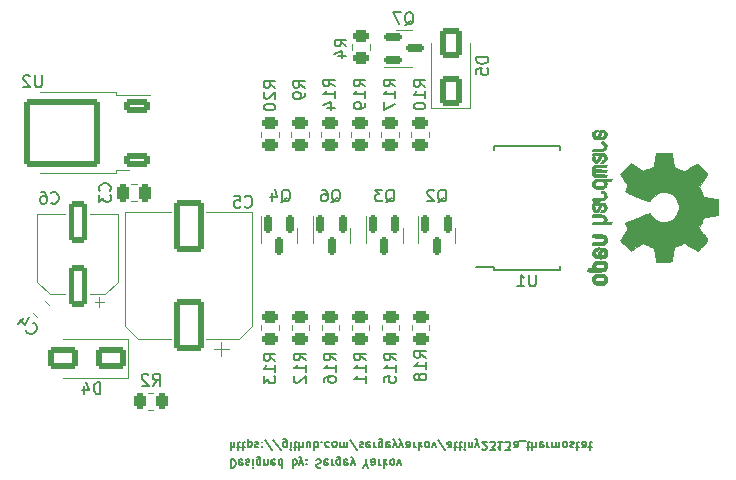
<source format=gbo>
G04 #@! TF.GenerationSoftware,KiCad,Pcbnew,7.0.5-7.0.5~ubuntu20.04.1*
G04 #@! TF.CreationDate,2023-07-24T22:04:44+03:00*
G04 #@! TF.ProjectId,hardware,68617264-7761-4726-952e-6b696361645f,rev?*
G04 #@! TF.SameCoordinates,Original*
G04 #@! TF.FileFunction,Legend,Bot*
G04 #@! TF.FilePolarity,Positive*
%FSLAX46Y46*%
G04 Gerber Fmt 4.6, Leading zero omitted, Abs format (unit mm)*
G04 Created by KiCad (PCBNEW 7.0.5-7.0.5~ubuntu20.04.1) date 2023-07-24 22:04:44*
%MOMM*%
%LPD*%
G01*
G04 APERTURE LIST*
G04 Aperture macros list*
%AMRoundRect*
0 Rectangle with rounded corners*
0 $1 Rounding radius*
0 $2 $3 $4 $5 $6 $7 $8 $9 X,Y pos of 4 corners*
0 Add a 4 corners polygon primitive as box body*
4,1,4,$2,$3,$4,$5,$6,$7,$8,$9,$2,$3,0*
0 Add four circle primitives for the rounded corners*
1,1,$1+$1,$2,$3*
1,1,$1+$1,$4,$5*
1,1,$1+$1,$6,$7*
1,1,$1+$1,$8,$9*
0 Add four rect primitives between the rounded corners*
20,1,$1+$1,$2,$3,$4,$5,0*
20,1,$1+$1,$4,$5,$6,$7,0*
20,1,$1+$1,$6,$7,$8,$9,0*
20,1,$1+$1,$8,$9,$2,$3,0*%
G04 Aperture macros list end*
%ADD10C,0.175000*%
%ADD11C,0.150000*%
%ADD12C,0.010000*%
%ADD13C,0.120000*%
%ADD14R,1.500000X0.600000*%
%ADD15R,1.700000X1.700000*%
%ADD16O,1.700000X1.700000*%
%ADD17C,1.524000*%
%ADD18R,1.524000X1.524000*%
%ADD19C,2.200000*%
%ADD20R,2.200000X2.200000*%
%ADD21C,1.100000*%
%ADD22C,1.500000*%
%ADD23RoundRect,0.250000X1.000000X0.650000X-1.000000X0.650000X-1.000000X-0.650000X1.000000X-0.650000X0*%
%ADD24RoundRect,0.150000X-0.150000X0.587500X-0.150000X-0.587500X0.150000X-0.587500X0.150000X0.587500X0*%
%ADD25RoundRect,0.250000X0.450000X-0.262500X0.450000X0.262500X-0.450000X0.262500X-0.450000X-0.262500X0*%
%ADD26RoundRect,0.150000X-0.587500X-0.150000X0.587500X-0.150000X0.587500X0.150000X-0.587500X0.150000X0*%
%ADD27RoundRect,0.250000X-0.450000X0.262500X-0.450000X-0.262500X0.450000X-0.262500X0.450000X0.262500X0*%
%ADD28RoundRect,0.250000X-0.250000X-0.475000X0.250000X-0.475000X0.250000X0.475000X-0.250000X0.475000X0*%
%ADD29RoundRect,0.250000X0.850000X0.350000X-0.850000X0.350000X-0.850000X-0.350000X0.850000X-0.350000X0*%
%ADD30RoundRect,0.249997X2.950003X2.650003X-2.950003X2.650003X-2.950003X-2.650003X2.950003X-2.650003X0*%
%ADD31RoundRect,0.250000X0.650000X-1.000000X0.650000X1.000000X-0.650000X1.000000X-0.650000X-1.000000X0*%
%ADD32RoundRect,0.250000X1.000000X-1.950000X1.000000X1.950000X-1.000000X1.950000X-1.000000X-1.950000X0*%
%ADD33RoundRect,0.250000X0.512652X0.159099X0.159099X0.512652X-0.512652X-0.159099X-0.159099X-0.512652X0*%
%ADD34RoundRect,0.250000X0.550000X-1.500000X0.550000X1.500000X-0.550000X1.500000X-0.550000X-1.500000X0*%
%ADD35RoundRect,0.250000X0.262500X0.450000X-0.262500X0.450000X-0.262500X-0.450000X0.262500X-0.450000X0*%
G04 APERTURE END LIST*
D10*
X139781797Y-122094766D02*
X139781797Y-122794766D01*
X139781797Y-122794766D02*
X139948464Y-122794766D01*
X139948464Y-122794766D02*
X140048464Y-122761433D01*
X140048464Y-122761433D02*
X140115131Y-122694766D01*
X140115131Y-122694766D02*
X140148464Y-122628100D01*
X140148464Y-122628100D02*
X140181797Y-122494766D01*
X140181797Y-122494766D02*
X140181797Y-122394766D01*
X140181797Y-122394766D02*
X140148464Y-122261433D01*
X140148464Y-122261433D02*
X140115131Y-122194766D01*
X140115131Y-122194766D02*
X140048464Y-122128100D01*
X140048464Y-122128100D02*
X139948464Y-122094766D01*
X139948464Y-122094766D02*
X139781797Y-122094766D01*
X140748464Y-122128100D02*
X140681797Y-122094766D01*
X140681797Y-122094766D02*
X140548464Y-122094766D01*
X140548464Y-122094766D02*
X140481797Y-122128100D01*
X140481797Y-122128100D02*
X140448464Y-122194766D01*
X140448464Y-122194766D02*
X140448464Y-122461433D01*
X140448464Y-122461433D02*
X140481797Y-122528100D01*
X140481797Y-122528100D02*
X140548464Y-122561433D01*
X140548464Y-122561433D02*
X140681797Y-122561433D01*
X140681797Y-122561433D02*
X140748464Y-122528100D01*
X140748464Y-122528100D02*
X140781797Y-122461433D01*
X140781797Y-122461433D02*
X140781797Y-122394766D01*
X140781797Y-122394766D02*
X140448464Y-122328100D01*
X141048464Y-122128100D02*
X141115131Y-122094766D01*
X141115131Y-122094766D02*
X141248464Y-122094766D01*
X141248464Y-122094766D02*
X141315131Y-122128100D01*
X141315131Y-122128100D02*
X141348464Y-122194766D01*
X141348464Y-122194766D02*
X141348464Y-122228100D01*
X141348464Y-122228100D02*
X141315131Y-122294766D01*
X141315131Y-122294766D02*
X141248464Y-122328100D01*
X141248464Y-122328100D02*
X141148464Y-122328100D01*
X141148464Y-122328100D02*
X141081797Y-122361433D01*
X141081797Y-122361433D02*
X141048464Y-122428100D01*
X141048464Y-122428100D02*
X141048464Y-122461433D01*
X141048464Y-122461433D02*
X141081797Y-122528100D01*
X141081797Y-122528100D02*
X141148464Y-122561433D01*
X141148464Y-122561433D02*
X141248464Y-122561433D01*
X141248464Y-122561433D02*
X141315131Y-122528100D01*
X141648464Y-122094766D02*
X141648464Y-122561433D01*
X141648464Y-122794766D02*
X141615131Y-122761433D01*
X141615131Y-122761433D02*
X141648464Y-122728100D01*
X141648464Y-122728100D02*
X141681798Y-122761433D01*
X141681798Y-122761433D02*
X141648464Y-122794766D01*
X141648464Y-122794766D02*
X141648464Y-122728100D01*
X142281797Y-122561433D02*
X142281797Y-121994766D01*
X142281797Y-121994766D02*
X142248464Y-121928100D01*
X142248464Y-121928100D02*
X142215131Y-121894766D01*
X142215131Y-121894766D02*
X142148464Y-121861433D01*
X142148464Y-121861433D02*
X142048464Y-121861433D01*
X142048464Y-121861433D02*
X141981797Y-121894766D01*
X142281797Y-122128100D02*
X142215131Y-122094766D01*
X142215131Y-122094766D02*
X142081797Y-122094766D01*
X142081797Y-122094766D02*
X142015131Y-122128100D01*
X142015131Y-122128100D02*
X141981797Y-122161433D01*
X141981797Y-122161433D02*
X141948464Y-122228100D01*
X141948464Y-122228100D02*
X141948464Y-122428100D01*
X141948464Y-122428100D02*
X141981797Y-122494766D01*
X141981797Y-122494766D02*
X142015131Y-122528100D01*
X142015131Y-122528100D02*
X142081797Y-122561433D01*
X142081797Y-122561433D02*
X142215131Y-122561433D01*
X142215131Y-122561433D02*
X142281797Y-122528100D01*
X142615130Y-122561433D02*
X142615130Y-122094766D01*
X142615130Y-122494766D02*
X142648464Y-122528100D01*
X142648464Y-122528100D02*
X142715130Y-122561433D01*
X142715130Y-122561433D02*
X142815130Y-122561433D01*
X142815130Y-122561433D02*
X142881797Y-122528100D01*
X142881797Y-122528100D02*
X142915130Y-122461433D01*
X142915130Y-122461433D02*
X142915130Y-122094766D01*
X143515130Y-122128100D02*
X143448463Y-122094766D01*
X143448463Y-122094766D02*
X143315130Y-122094766D01*
X143315130Y-122094766D02*
X143248463Y-122128100D01*
X143248463Y-122128100D02*
X143215130Y-122194766D01*
X143215130Y-122194766D02*
X143215130Y-122461433D01*
X143215130Y-122461433D02*
X143248463Y-122528100D01*
X143248463Y-122528100D02*
X143315130Y-122561433D01*
X143315130Y-122561433D02*
X143448463Y-122561433D01*
X143448463Y-122561433D02*
X143515130Y-122528100D01*
X143515130Y-122528100D02*
X143548463Y-122461433D01*
X143548463Y-122461433D02*
X143548463Y-122394766D01*
X143548463Y-122394766D02*
X143215130Y-122328100D01*
X144148463Y-122094766D02*
X144148463Y-122794766D01*
X144148463Y-122128100D02*
X144081797Y-122094766D01*
X144081797Y-122094766D02*
X143948463Y-122094766D01*
X143948463Y-122094766D02*
X143881797Y-122128100D01*
X143881797Y-122128100D02*
X143848463Y-122161433D01*
X143848463Y-122161433D02*
X143815130Y-122228100D01*
X143815130Y-122228100D02*
X143815130Y-122428100D01*
X143815130Y-122428100D02*
X143848463Y-122494766D01*
X143848463Y-122494766D02*
X143881797Y-122528100D01*
X143881797Y-122528100D02*
X143948463Y-122561433D01*
X143948463Y-122561433D02*
X144081797Y-122561433D01*
X144081797Y-122561433D02*
X144148463Y-122528100D01*
X145015129Y-122094766D02*
X145015129Y-122794766D01*
X145015129Y-122528100D02*
X145081796Y-122561433D01*
X145081796Y-122561433D02*
X145215129Y-122561433D01*
X145215129Y-122561433D02*
X145281796Y-122528100D01*
X145281796Y-122528100D02*
X145315129Y-122494766D01*
X145315129Y-122494766D02*
X145348463Y-122428100D01*
X145348463Y-122428100D02*
X145348463Y-122228100D01*
X145348463Y-122228100D02*
X145315129Y-122161433D01*
X145315129Y-122161433D02*
X145281796Y-122128100D01*
X145281796Y-122128100D02*
X145215129Y-122094766D01*
X145215129Y-122094766D02*
X145081796Y-122094766D01*
X145081796Y-122094766D02*
X145015129Y-122128100D01*
X145581796Y-122561433D02*
X145748462Y-122094766D01*
X145915129Y-122561433D02*
X145748462Y-122094766D01*
X145748462Y-122094766D02*
X145681796Y-121928100D01*
X145681796Y-121928100D02*
X145648462Y-121894766D01*
X145648462Y-121894766D02*
X145581796Y-121861433D01*
X146181795Y-122161433D02*
X146215129Y-122128100D01*
X146215129Y-122128100D02*
X146181795Y-122094766D01*
X146181795Y-122094766D02*
X146148462Y-122128100D01*
X146148462Y-122128100D02*
X146181795Y-122161433D01*
X146181795Y-122161433D02*
X146181795Y-122094766D01*
X146181795Y-122528100D02*
X146215129Y-122494766D01*
X146215129Y-122494766D02*
X146181795Y-122461433D01*
X146181795Y-122461433D02*
X146148462Y-122494766D01*
X146148462Y-122494766D02*
X146181795Y-122528100D01*
X146181795Y-122528100D02*
X146181795Y-122461433D01*
X147015128Y-122128100D02*
X147115128Y-122094766D01*
X147115128Y-122094766D02*
X147281795Y-122094766D01*
X147281795Y-122094766D02*
X147348461Y-122128100D01*
X147348461Y-122128100D02*
X147381795Y-122161433D01*
X147381795Y-122161433D02*
X147415128Y-122228100D01*
X147415128Y-122228100D02*
X147415128Y-122294766D01*
X147415128Y-122294766D02*
X147381795Y-122361433D01*
X147381795Y-122361433D02*
X147348461Y-122394766D01*
X147348461Y-122394766D02*
X147281795Y-122428100D01*
X147281795Y-122428100D02*
X147148461Y-122461433D01*
X147148461Y-122461433D02*
X147081795Y-122494766D01*
X147081795Y-122494766D02*
X147048461Y-122528100D01*
X147048461Y-122528100D02*
X147015128Y-122594766D01*
X147015128Y-122594766D02*
X147015128Y-122661433D01*
X147015128Y-122661433D02*
X147048461Y-122728100D01*
X147048461Y-122728100D02*
X147081795Y-122761433D01*
X147081795Y-122761433D02*
X147148461Y-122794766D01*
X147148461Y-122794766D02*
X147315128Y-122794766D01*
X147315128Y-122794766D02*
X147415128Y-122761433D01*
X147981795Y-122128100D02*
X147915128Y-122094766D01*
X147915128Y-122094766D02*
X147781795Y-122094766D01*
X147781795Y-122094766D02*
X147715128Y-122128100D01*
X147715128Y-122128100D02*
X147681795Y-122194766D01*
X147681795Y-122194766D02*
X147681795Y-122461433D01*
X147681795Y-122461433D02*
X147715128Y-122528100D01*
X147715128Y-122528100D02*
X147781795Y-122561433D01*
X147781795Y-122561433D02*
X147915128Y-122561433D01*
X147915128Y-122561433D02*
X147981795Y-122528100D01*
X147981795Y-122528100D02*
X148015128Y-122461433D01*
X148015128Y-122461433D02*
X148015128Y-122394766D01*
X148015128Y-122394766D02*
X147681795Y-122328100D01*
X148315128Y-122094766D02*
X148315128Y-122561433D01*
X148315128Y-122428100D02*
X148348462Y-122494766D01*
X148348462Y-122494766D02*
X148381795Y-122528100D01*
X148381795Y-122528100D02*
X148448462Y-122561433D01*
X148448462Y-122561433D02*
X148515128Y-122561433D01*
X149048461Y-122561433D02*
X149048461Y-121994766D01*
X149048461Y-121994766D02*
X149015128Y-121928100D01*
X149015128Y-121928100D02*
X148981795Y-121894766D01*
X148981795Y-121894766D02*
X148915128Y-121861433D01*
X148915128Y-121861433D02*
X148815128Y-121861433D01*
X148815128Y-121861433D02*
X148748461Y-121894766D01*
X149048461Y-122128100D02*
X148981795Y-122094766D01*
X148981795Y-122094766D02*
X148848461Y-122094766D01*
X148848461Y-122094766D02*
X148781795Y-122128100D01*
X148781795Y-122128100D02*
X148748461Y-122161433D01*
X148748461Y-122161433D02*
X148715128Y-122228100D01*
X148715128Y-122228100D02*
X148715128Y-122428100D01*
X148715128Y-122428100D02*
X148748461Y-122494766D01*
X148748461Y-122494766D02*
X148781795Y-122528100D01*
X148781795Y-122528100D02*
X148848461Y-122561433D01*
X148848461Y-122561433D02*
X148981795Y-122561433D01*
X148981795Y-122561433D02*
X149048461Y-122528100D01*
X149648461Y-122128100D02*
X149581794Y-122094766D01*
X149581794Y-122094766D02*
X149448461Y-122094766D01*
X149448461Y-122094766D02*
X149381794Y-122128100D01*
X149381794Y-122128100D02*
X149348461Y-122194766D01*
X149348461Y-122194766D02*
X149348461Y-122461433D01*
X149348461Y-122461433D02*
X149381794Y-122528100D01*
X149381794Y-122528100D02*
X149448461Y-122561433D01*
X149448461Y-122561433D02*
X149581794Y-122561433D01*
X149581794Y-122561433D02*
X149648461Y-122528100D01*
X149648461Y-122528100D02*
X149681794Y-122461433D01*
X149681794Y-122461433D02*
X149681794Y-122394766D01*
X149681794Y-122394766D02*
X149348461Y-122328100D01*
X149915128Y-122561433D02*
X150081794Y-122094766D01*
X150248461Y-122561433D02*
X150081794Y-122094766D01*
X150081794Y-122094766D02*
X150015128Y-121928100D01*
X150015128Y-121928100D02*
X149981794Y-121894766D01*
X149981794Y-121894766D02*
X149915128Y-121861433D01*
X151181794Y-122428100D02*
X151181794Y-122094766D01*
X150948460Y-122794766D02*
X151181794Y-122428100D01*
X151181794Y-122428100D02*
X151415127Y-122794766D01*
X151948460Y-122094766D02*
X151948460Y-122461433D01*
X151948460Y-122461433D02*
X151915127Y-122528100D01*
X151915127Y-122528100D02*
X151848460Y-122561433D01*
X151848460Y-122561433D02*
X151715127Y-122561433D01*
X151715127Y-122561433D02*
X151648460Y-122528100D01*
X151948460Y-122128100D02*
X151881794Y-122094766D01*
X151881794Y-122094766D02*
X151715127Y-122094766D01*
X151715127Y-122094766D02*
X151648460Y-122128100D01*
X151648460Y-122128100D02*
X151615127Y-122194766D01*
X151615127Y-122194766D02*
X151615127Y-122261433D01*
X151615127Y-122261433D02*
X151648460Y-122328100D01*
X151648460Y-122328100D02*
X151715127Y-122361433D01*
X151715127Y-122361433D02*
X151881794Y-122361433D01*
X151881794Y-122361433D02*
X151948460Y-122394766D01*
X152281793Y-122094766D02*
X152281793Y-122561433D01*
X152281793Y-122428100D02*
X152315127Y-122494766D01*
X152315127Y-122494766D02*
X152348460Y-122528100D01*
X152348460Y-122528100D02*
X152415127Y-122561433D01*
X152415127Y-122561433D02*
X152481793Y-122561433D01*
X152715126Y-122094766D02*
X152715126Y-122794766D01*
X152781793Y-122361433D02*
X152981793Y-122094766D01*
X152981793Y-122561433D02*
X152715126Y-122294766D01*
X153381793Y-122094766D02*
X153315127Y-122128100D01*
X153315127Y-122128100D02*
X153281793Y-122161433D01*
X153281793Y-122161433D02*
X153248460Y-122228100D01*
X153248460Y-122228100D02*
X153248460Y-122428100D01*
X153248460Y-122428100D02*
X153281793Y-122494766D01*
X153281793Y-122494766D02*
X153315127Y-122528100D01*
X153315127Y-122528100D02*
X153381793Y-122561433D01*
X153381793Y-122561433D02*
X153481793Y-122561433D01*
X153481793Y-122561433D02*
X153548460Y-122528100D01*
X153548460Y-122528100D02*
X153581793Y-122494766D01*
X153581793Y-122494766D02*
X153615127Y-122428100D01*
X153615127Y-122428100D02*
X153615127Y-122228100D01*
X153615127Y-122228100D02*
X153581793Y-122161433D01*
X153581793Y-122161433D02*
X153548460Y-122128100D01*
X153548460Y-122128100D02*
X153481793Y-122094766D01*
X153481793Y-122094766D02*
X153381793Y-122094766D01*
X153848460Y-122561433D02*
X154015126Y-122094766D01*
X154015126Y-122094766D02*
X154181793Y-122561433D01*
X139781797Y-120594766D02*
X139781797Y-121294766D01*
X140081797Y-120594766D02*
X140081797Y-120961433D01*
X140081797Y-120961433D02*
X140048464Y-121028100D01*
X140048464Y-121028100D02*
X139981797Y-121061433D01*
X139981797Y-121061433D02*
X139881797Y-121061433D01*
X139881797Y-121061433D02*
X139815131Y-121028100D01*
X139815131Y-121028100D02*
X139781797Y-120994766D01*
X140315130Y-121061433D02*
X140581797Y-121061433D01*
X140415130Y-121294766D02*
X140415130Y-120694766D01*
X140415130Y-120694766D02*
X140448464Y-120628100D01*
X140448464Y-120628100D02*
X140515130Y-120594766D01*
X140515130Y-120594766D02*
X140581797Y-120594766D01*
X140715130Y-121061433D02*
X140981797Y-121061433D01*
X140815130Y-121294766D02*
X140815130Y-120694766D01*
X140815130Y-120694766D02*
X140848464Y-120628100D01*
X140848464Y-120628100D02*
X140915130Y-120594766D01*
X140915130Y-120594766D02*
X140981797Y-120594766D01*
X141215130Y-121061433D02*
X141215130Y-120361433D01*
X141215130Y-121028100D02*
X141281797Y-121061433D01*
X141281797Y-121061433D02*
X141415130Y-121061433D01*
X141415130Y-121061433D02*
X141481797Y-121028100D01*
X141481797Y-121028100D02*
X141515130Y-120994766D01*
X141515130Y-120994766D02*
X141548464Y-120928100D01*
X141548464Y-120928100D02*
X141548464Y-120728100D01*
X141548464Y-120728100D02*
X141515130Y-120661433D01*
X141515130Y-120661433D02*
X141481797Y-120628100D01*
X141481797Y-120628100D02*
X141415130Y-120594766D01*
X141415130Y-120594766D02*
X141281797Y-120594766D01*
X141281797Y-120594766D02*
X141215130Y-120628100D01*
X141815130Y-120628100D02*
X141881797Y-120594766D01*
X141881797Y-120594766D02*
X142015130Y-120594766D01*
X142015130Y-120594766D02*
X142081797Y-120628100D01*
X142081797Y-120628100D02*
X142115130Y-120694766D01*
X142115130Y-120694766D02*
X142115130Y-120728100D01*
X142115130Y-120728100D02*
X142081797Y-120794766D01*
X142081797Y-120794766D02*
X142015130Y-120828100D01*
X142015130Y-120828100D02*
X141915130Y-120828100D01*
X141915130Y-120828100D02*
X141848463Y-120861433D01*
X141848463Y-120861433D02*
X141815130Y-120928100D01*
X141815130Y-120928100D02*
X141815130Y-120961433D01*
X141815130Y-120961433D02*
X141848463Y-121028100D01*
X141848463Y-121028100D02*
X141915130Y-121061433D01*
X141915130Y-121061433D02*
X142015130Y-121061433D01*
X142015130Y-121061433D02*
X142081797Y-121028100D01*
X142415130Y-120661433D02*
X142448464Y-120628100D01*
X142448464Y-120628100D02*
X142415130Y-120594766D01*
X142415130Y-120594766D02*
X142381797Y-120628100D01*
X142381797Y-120628100D02*
X142415130Y-120661433D01*
X142415130Y-120661433D02*
X142415130Y-120594766D01*
X142415130Y-121028100D02*
X142448464Y-120994766D01*
X142448464Y-120994766D02*
X142415130Y-120961433D01*
X142415130Y-120961433D02*
X142381797Y-120994766D01*
X142381797Y-120994766D02*
X142415130Y-121028100D01*
X142415130Y-121028100D02*
X142415130Y-120961433D01*
X143248463Y-121328100D02*
X142648463Y-120428100D01*
X143981796Y-121328100D02*
X143381796Y-120428100D01*
X144515129Y-121061433D02*
X144515129Y-120494766D01*
X144515129Y-120494766D02*
X144481796Y-120428100D01*
X144481796Y-120428100D02*
X144448463Y-120394766D01*
X144448463Y-120394766D02*
X144381796Y-120361433D01*
X144381796Y-120361433D02*
X144281796Y-120361433D01*
X144281796Y-120361433D02*
X144215129Y-120394766D01*
X144515129Y-120628100D02*
X144448463Y-120594766D01*
X144448463Y-120594766D02*
X144315129Y-120594766D01*
X144315129Y-120594766D02*
X144248463Y-120628100D01*
X144248463Y-120628100D02*
X144215129Y-120661433D01*
X144215129Y-120661433D02*
X144181796Y-120728100D01*
X144181796Y-120728100D02*
X144181796Y-120928100D01*
X144181796Y-120928100D02*
X144215129Y-120994766D01*
X144215129Y-120994766D02*
X144248463Y-121028100D01*
X144248463Y-121028100D02*
X144315129Y-121061433D01*
X144315129Y-121061433D02*
X144448463Y-121061433D01*
X144448463Y-121061433D02*
X144515129Y-121028100D01*
X144848462Y-120594766D02*
X144848462Y-121061433D01*
X144848462Y-121294766D02*
X144815129Y-121261433D01*
X144815129Y-121261433D02*
X144848462Y-121228100D01*
X144848462Y-121228100D02*
X144881796Y-121261433D01*
X144881796Y-121261433D02*
X144848462Y-121294766D01*
X144848462Y-121294766D02*
X144848462Y-121228100D01*
X145081795Y-121061433D02*
X145348462Y-121061433D01*
X145181795Y-121294766D02*
X145181795Y-120694766D01*
X145181795Y-120694766D02*
X145215129Y-120628100D01*
X145215129Y-120628100D02*
X145281795Y-120594766D01*
X145281795Y-120594766D02*
X145348462Y-120594766D01*
X145581795Y-120594766D02*
X145581795Y-121294766D01*
X145881795Y-120594766D02*
X145881795Y-120961433D01*
X145881795Y-120961433D02*
X145848462Y-121028100D01*
X145848462Y-121028100D02*
X145781795Y-121061433D01*
X145781795Y-121061433D02*
X145681795Y-121061433D01*
X145681795Y-121061433D02*
X145615129Y-121028100D01*
X145615129Y-121028100D02*
X145581795Y-120994766D01*
X146515128Y-121061433D02*
X146515128Y-120594766D01*
X146215128Y-121061433D02*
X146215128Y-120694766D01*
X146215128Y-120694766D02*
X146248462Y-120628100D01*
X146248462Y-120628100D02*
X146315128Y-120594766D01*
X146315128Y-120594766D02*
X146415128Y-120594766D01*
X146415128Y-120594766D02*
X146481795Y-120628100D01*
X146481795Y-120628100D02*
X146515128Y-120661433D01*
X146848461Y-120594766D02*
X146848461Y-121294766D01*
X146848461Y-121028100D02*
X146915128Y-121061433D01*
X146915128Y-121061433D02*
X147048461Y-121061433D01*
X147048461Y-121061433D02*
X147115128Y-121028100D01*
X147115128Y-121028100D02*
X147148461Y-120994766D01*
X147148461Y-120994766D02*
X147181795Y-120928100D01*
X147181795Y-120928100D02*
X147181795Y-120728100D01*
X147181795Y-120728100D02*
X147148461Y-120661433D01*
X147148461Y-120661433D02*
X147115128Y-120628100D01*
X147115128Y-120628100D02*
X147048461Y-120594766D01*
X147048461Y-120594766D02*
X146915128Y-120594766D01*
X146915128Y-120594766D02*
X146848461Y-120628100D01*
X147481794Y-120661433D02*
X147515128Y-120628100D01*
X147515128Y-120628100D02*
X147481794Y-120594766D01*
X147481794Y-120594766D02*
X147448461Y-120628100D01*
X147448461Y-120628100D02*
X147481794Y-120661433D01*
X147481794Y-120661433D02*
X147481794Y-120594766D01*
X148115127Y-120628100D02*
X148048461Y-120594766D01*
X148048461Y-120594766D02*
X147915127Y-120594766D01*
X147915127Y-120594766D02*
X147848461Y-120628100D01*
X147848461Y-120628100D02*
X147815127Y-120661433D01*
X147815127Y-120661433D02*
X147781794Y-120728100D01*
X147781794Y-120728100D02*
X147781794Y-120928100D01*
X147781794Y-120928100D02*
X147815127Y-120994766D01*
X147815127Y-120994766D02*
X147848461Y-121028100D01*
X147848461Y-121028100D02*
X147915127Y-121061433D01*
X147915127Y-121061433D02*
X148048461Y-121061433D01*
X148048461Y-121061433D02*
X148115127Y-121028100D01*
X148515127Y-120594766D02*
X148448461Y-120628100D01*
X148448461Y-120628100D02*
X148415127Y-120661433D01*
X148415127Y-120661433D02*
X148381794Y-120728100D01*
X148381794Y-120728100D02*
X148381794Y-120928100D01*
X148381794Y-120928100D02*
X148415127Y-120994766D01*
X148415127Y-120994766D02*
X148448461Y-121028100D01*
X148448461Y-121028100D02*
X148515127Y-121061433D01*
X148515127Y-121061433D02*
X148615127Y-121061433D01*
X148615127Y-121061433D02*
X148681794Y-121028100D01*
X148681794Y-121028100D02*
X148715127Y-120994766D01*
X148715127Y-120994766D02*
X148748461Y-120928100D01*
X148748461Y-120928100D02*
X148748461Y-120728100D01*
X148748461Y-120728100D02*
X148715127Y-120661433D01*
X148715127Y-120661433D02*
X148681794Y-120628100D01*
X148681794Y-120628100D02*
X148615127Y-120594766D01*
X148615127Y-120594766D02*
X148515127Y-120594766D01*
X149048460Y-120594766D02*
X149048460Y-121061433D01*
X149048460Y-120994766D02*
X149081794Y-121028100D01*
X149081794Y-121028100D02*
X149148460Y-121061433D01*
X149148460Y-121061433D02*
X149248460Y-121061433D01*
X149248460Y-121061433D02*
X149315127Y-121028100D01*
X149315127Y-121028100D02*
X149348460Y-120961433D01*
X149348460Y-120961433D02*
X149348460Y-120594766D01*
X149348460Y-120961433D02*
X149381794Y-121028100D01*
X149381794Y-121028100D02*
X149448460Y-121061433D01*
X149448460Y-121061433D02*
X149548460Y-121061433D01*
X149548460Y-121061433D02*
X149615127Y-121028100D01*
X149615127Y-121028100D02*
X149648460Y-120961433D01*
X149648460Y-120961433D02*
X149648460Y-120594766D01*
X150481793Y-121328100D02*
X149881793Y-120428100D01*
X150681793Y-120628100D02*
X150748460Y-120594766D01*
X150748460Y-120594766D02*
X150881793Y-120594766D01*
X150881793Y-120594766D02*
X150948460Y-120628100D01*
X150948460Y-120628100D02*
X150981793Y-120694766D01*
X150981793Y-120694766D02*
X150981793Y-120728100D01*
X150981793Y-120728100D02*
X150948460Y-120794766D01*
X150948460Y-120794766D02*
X150881793Y-120828100D01*
X150881793Y-120828100D02*
X150781793Y-120828100D01*
X150781793Y-120828100D02*
X150715126Y-120861433D01*
X150715126Y-120861433D02*
X150681793Y-120928100D01*
X150681793Y-120928100D02*
X150681793Y-120961433D01*
X150681793Y-120961433D02*
X150715126Y-121028100D01*
X150715126Y-121028100D02*
X150781793Y-121061433D01*
X150781793Y-121061433D02*
X150881793Y-121061433D01*
X150881793Y-121061433D02*
X150948460Y-121028100D01*
X151548460Y-120628100D02*
X151481793Y-120594766D01*
X151481793Y-120594766D02*
X151348460Y-120594766D01*
X151348460Y-120594766D02*
X151281793Y-120628100D01*
X151281793Y-120628100D02*
X151248460Y-120694766D01*
X151248460Y-120694766D02*
X151248460Y-120961433D01*
X151248460Y-120961433D02*
X151281793Y-121028100D01*
X151281793Y-121028100D02*
X151348460Y-121061433D01*
X151348460Y-121061433D02*
X151481793Y-121061433D01*
X151481793Y-121061433D02*
X151548460Y-121028100D01*
X151548460Y-121028100D02*
X151581793Y-120961433D01*
X151581793Y-120961433D02*
X151581793Y-120894766D01*
X151581793Y-120894766D02*
X151248460Y-120828100D01*
X151881793Y-120594766D02*
X151881793Y-121061433D01*
X151881793Y-120928100D02*
X151915127Y-120994766D01*
X151915127Y-120994766D02*
X151948460Y-121028100D01*
X151948460Y-121028100D02*
X152015127Y-121061433D01*
X152015127Y-121061433D02*
X152081793Y-121061433D01*
X152615126Y-121061433D02*
X152615126Y-120494766D01*
X152615126Y-120494766D02*
X152581793Y-120428100D01*
X152581793Y-120428100D02*
X152548460Y-120394766D01*
X152548460Y-120394766D02*
X152481793Y-120361433D01*
X152481793Y-120361433D02*
X152381793Y-120361433D01*
X152381793Y-120361433D02*
X152315126Y-120394766D01*
X152615126Y-120628100D02*
X152548460Y-120594766D01*
X152548460Y-120594766D02*
X152415126Y-120594766D01*
X152415126Y-120594766D02*
X152348460Y-120628100D01*
X152348460Y-120628100D02*
X152315126Y-120661433D01*
X152315126Y-120661433D02*
X152281793Y-120728100D01*
X152281793Y-120728100D02*
X152281793Y-120928100D01*
X152281793Y-120928100D02*
X152315126Y-120994766D01*
X152315126Y-120994766D02*
X152348460Y-121028100D01*
X152348460Y-121028100D02*
X152415126Y-121061433D01*
X152415126Y-121061433D02*
X152548460Y-121061433D01*
X152548460Y-121061433D02*
X152615126Y-121028100D01*
X153215126Y-120628100D02*
X153148459Y-120594766D01*
X153148459Y-120594766D02*
X153015126Y-120594766D01*
X153015126Y-120594766D02*
X152948459Y-120628100D01*
X152948459Y-120628100D02*
X152915126Y-120694766D01*
X152915126Y-120694766D02*
X152915126Y-120961433D01*
X152915126Y-120961433D02*
X152948459Y-121028100D01*
X152948459Y-121028100D02*
X153015126Y-121061433D01*
X153015126Y-121061433D02*
X153148459Y-121061433D01*
X153148459Y-121061433D02*
X153215126Y-121028100D01*
X153215126Y-121028100D02*
X153248459Y-120961433D01*
X153248459Y-120961433D02*
X153248459Y-120894766D01*
X153248459Y-120894766D02*
X152915126Y-120828100D01*
X153481793Y-121061433D02*
X153648459Y-120594766D01*
X153815126Y-121061433D02*
X153648459Y-120594766D01*
X153648459Y-120594766D02*
X153581793Y-120428100D01*
X153581793Y-120428100D02*
X153548459Y-120394766D01*
X153548459Y-120394766D02*
X153481793Y-120361433D01*
X154015126Y-121061433D02*
X154181792Y-120594766D01*
X154348459Y-121061433D02*
X154181792Y-120594766D01*
X154181792Y-120594766D02*
X154115126Y-120428100D01*
X154115126Y-120428100D02*
X154081792Y-120394766D01*
X154081792Y-120394766D02*
X154015126Y-120361433D01*
X154915125Y-120594766D02*
X154915125Y-120961433D01*
X154915125Y-120961433D02*
X154881792Y-121028100D01*
X154881792Y-121028100D02*
X154815125Y-121061433D01*
X154815125Y-121061433D02*
X154681792Y-121061433D01*
X154681792Y-121061433D02*
X154615125Y-121028100D01*
X154915125Y-120628100D02*
X154848459Y-120594766D01*
X154848459Y-120594766D02*
X154681792Y-120594766D01*
X154681792Y-120594766D02*
X154615125Y-120628100D01*
X154615125Y-120628100D02*
X154581792Y-120694766D01*
X154581792Y-120694766D02*
X154581792Y-120761433D01*
X154581792Y-120761433D02*
X154615125Y-120828100D01*
X154615125Y-120828100D02*
X154681792Y-120861433D01*
X154681792Y-120861433D02*
X154848459Y-120861433D01*
X154848459Y-120861433D02*
X154915125Y-120894766D01*
X155248458Y-120594766D02*
X155248458Y-121061433D01*
X155248458Y-120928100D02*
X155281792Y-120994766D01*
X155281792Y-120994766D02*
X155315125Y-121028100D01*
X155315125Y-121028100D02*
X155381792Y-121061433D01*
X155381792Y-121061433D02*
X155448458Y-121061433D01*
X155681791Y-120594766D02*
X155681791Y-121294766D01*
X155748458Y-120861433D02*
X155948458Y-120594766D01*
X155948458Y-121061433D02*
X155681791Y-120794766D01*
X156348458Y-120594766D02*
X156281792Y-120628100D01*
X156281792Y-120628100D02*
X156248458Y-120661433D01*
X156248458Y-120661433D02*
X156215125Y-120728100D01*
X156215125Y-120728100D02*
X156215125Y-120928100D01*
X156215125Y-120928100D02*
X156248458Y-120994766D01*
X156248458Y-120994766D02*
X156281792Y-121028100D01*
X156281792Y-121028100D02*
X156348458Y-121061433D01*
X156348458Y-121061433D02*
X156448458Y-121061433D01*
X156448458Y-121061433D02*
X156515125Y-121028100D01*
X156515125Y-121028100D02*
X156548458Y-120994766D01*
X156548458Y-120994766D02*
X156581792Y-120928100D01*
X156581792Y-120928100D02*
X156581792Y-120728100D01*
X156581792Y-120728100D02*
X156548458Y-120661433D01*
X156548458Y-120661433D02*
X156515125Y-120628100D01*
X156515125Y-120628100D02*
X156448458Y-120594766D01*
X156448458Y-120594766D02*
X156348458Y-120594766D01*
X156815125Y-121061433D02*
X156981791Y-120594766D01*
X156981791Y-120594766D02*
X157148458Y-121061433D01*
X157915124Y-121328100D02*
X157315124Y-120428100D01*
X158448457Y-120594766D02*
X158448457Y-120961433D01*
X158448457Y-120961433D02*
X158415124Y-121028100D01*
X158415124Y-121028100D02*
X158348457Y-121061433D01*
X158348457Y-121061433D02*
X158215124Y-121061433D01*
X158215124Y-121061433D02*
X158148457Y-121028100D01*
X158448457Y-120628100D02*
X158381791Y-120594766D01*
X158381791Y-120594766D02*
X158215124Y-120594766D01*
X158215124Y-120594766D02*
X158148457Y-120628100D01*
X158148457Y-120628100D02*
X158115124Y-120694766D01*
X158115124Y-120694766D02*
X158115124Y-120761433D01*
X158115124Y-120761433D02*
X158148457Y-120828100D01*
X158148457Y-120828100D02*
X158215124Y-120861433D01*
X158215124Y-120861433D02*
X158381791Y-120861433D01*
X158381791Y-120861433D02*
X158448457Y-120894766D01*
X158681790Y-121061433D02*
X158948457Y-121061433D01*
X158781790Y-121294766D02*
X158781790Y-120694766D01*
X158781790Y-120694766D02*
X158815124Y-120628100D01*
X158815124Y-120628100D02*
X158881790Y-120594766D01*
X158881790Y-120594766D02*
X158948457Y-120594766D01*
X159081790Y-121061433D02*
X159348457Y-121061433D01*
X159181790Y-121294766D02*
X159181790Y-120694766D01*
X159181790Y-120694766D02*
X159215124Y-120628100D01*
X159215124Y-120628100D02*
X159281790Y-120594766D01*
X159281790Y-120594766D02*
X159348457Y-120594766D01*
X159581790Y-120594766D02*
X159581790Y-121061433D01*
X159581790Y-121294766D02*
X159548457Y-121261433D01*
X159548457Y-121261433D02*
X159581790Y-121228100D01*
X159581790Y-121228100D02*
X159615124Y-121261433D01*
X159615124Y-121261433D02*
X159581790Y-121294766D01*
X159581790Y-121294766D02*
X159581790Y-121228100D01*
X159915123Y-121061433D02*
X159915123Y-120594766D01*
X159915123Y-120994766D02*
X159948457Y-121028100D01*
X159948457Y-121028100D02*
X160015123Y-121061433D01*
X160015123Y-121061433D02*
X160115123Y-121061433D01*
X160115123Y-121061433D02*
X160181790Y-121028100D01*
X160181790Y-121028100D02*
X160215123Y-120961433D01*
X160215123Y-120961433D02*
X160215123Y-120594766D01*
X160481790Y-121061433D02*
X160648456Y-120594766D01*
X160815123Y-121061433D02*
X160648456Y-120594766D01*
X160648456Y-120594766D02*
X160581790Y-120428100D01*
X160581790Y-120428100D02*
X160548456Y-120394766D01*
X160548456Y-120394766D02*
X160481790Y-120361433D01*
X161048456Y-121228100D02*
X161081789Y-121261433D01*
X161081789Y-121261433D02*
X161148456Y-121294766D01*
X161148456Y-121294766D02*
X161315123Y-121294766D01*
X161315123Y-121294766D02*
X161381789Y-121261433D01*
X161381789Y-121261433D02*
X161415123Y-121228100D01*
X161415123Y-121228100D02*
X161448456Y-121161433D01*
X161448456Y-121161433D02*
X161448456Y-121094766D01*
X161448456Y-121094766D02*
X161415123Y-120994766D01*
X161415123Y-120994766D02*
X161015123Y-120594766D01*
X161015123Y-120594766D02*
X161448456Y-120594766D01*
X161681790Y-121294766D02*
X162115123Y-121294766D01*
X162115123Y-121294766D02*
X161881790Y-121028100D01*
X161881790Y-121028100D02*
X161981790Y-121028100D01*
X161981790Y-121028100D02*
X162048456Y-120994766D01*
X162048456Y-120994766D02*
X162081790Y-120961433D01*
X162081790Y-120961433D02*
X162115123Y-120894766D01*
X162115123Y-120894766D02*
X162115123Y-120728100D01*
X162115123Y-120728100D02*
X162081790Y-120661433D01*
X162081790Y-120661433D02*
X162048456Y-120628100D01*
X162048456Y-120628100D02*
X161981790Y-120594766D01*
X161981790Y-120594766D02*
X161781790Y-120594766D01*
X161781790Y-120594766D02*
X161715123Y-120628100D01*
X161715123Y-120628100D02*
X161681790Y-120661433D01*
X162781790Y-120594766D02*
X162381790Y-120594766D01*
X162581790Y-120594766D02*
X162581790Y-121294766D01*
X162581790Y-121294766D02*
X162515123Y-121194766D01*
X162515123Y-121194766D02*
X162448457Y-121128100D01*
X162448457Y-121128100D02*
X162381790Y-121094766D01*
X163015124Y-121294766D02*
X163448457Y-121294766D01*
X163448457Y-121294766D02*
X163215124Y-121028100D01*
X163215124Y-121028100D02*
X163315124Y-121028100D01*
X163315124Y-121028100D02*
X163381790Y-120994766D01*
X163381790Y-120994766D02*
X163415124Y-120961433D01*
X163415124Y-120961433D02*
X163448457Y-120894766D01*
X163448457Y-120894766D02*
X163448457Y-120728100D01*
X163448457Y-120728100D02*
X163415124Y-120661433D01*
X163415124Y-120661433D02*
X163381790Y-120628100D01*
X163381790Y-120628100D02*
X163315124Y-120594766D01*
X163315124Y-120594766D02*
X163115124Y-120594766D01*
X163115124Y-120594766D02*
X163048457Y-120628100D01*
X163048457Y-120628100D02*
X163015124Y-120661433D01*
X164048457Y-120594766D02*
X164048457Y-120961433D01*
X164048457Y-120961433D02*
X164015124Y-121028100D01*
X164015124Y-121028100D02*
X163948457Y-121061433D01*
X163948457Y-121061433D02*
X163815124Y-121061433D01*
X163815124Y-121061433D02*
X163748457Y-121028100D01*
X164048457Y-120628100D02*
X163981791Y-120594766D01*
X163981791Y-120594766D02*
X163815124Y-120594766D01*
X163815124Y-120594766D02*
X163748457Y-120628100D01*
X163748457Y-120628100D02*
X163715124Y-120694766D01*
X163715124Y-120694766D02*
X163715124Y-120761433D01*
X163715124Y-120761433D02*
X163748457Y-120828100D01*
X163748457Y-120828100D02*
X163815124Y-120861433D01*
X163815124Y-120861433D02*
X163981791Y-120861433D01*
X163981791Y-120861433D02*
X164048457Y-120894766D01*
X164215124Y-120528100D02*
X164748457Y-120528100D01*
X164815123Y-121061433D02*
X165081790Y-121061433D01*
X164915123Y-121294766D02*
X164915123Y-120694766D01*
X164915123Y-120694766D02*
X164948457Y-120628100D01*
X164948457Y-120628100D02*
X165015123Y-120594766D01*
X165015123Y-120594766D02*
X165081790Y-120594766D01*
X165315123Y-120594766D02*
X165315123Y-121294766D01*
X165615123Y-120594766D02*
X165615123Y-120961433D01*
X165615123Y-120961433D02*
X165581790Y-121028100D01*
X165581790Y-121028100D02*
X165515123Y-121061433D01*
X165515123Y-121061433D02*
X165415123Y-121061433D01*
X165415123Y-121061433D02*
X165348457Y-121028100D01*
X165348457Y-121028100D02*
X165315123Y-120994766D01*
X166215123Y-120628100D02*
X166148456Y-120594766D01*
X166148456Y-120594766D02*
X166015123Y-120594766D01*
X166015123Y-120594766D02*
X165948456Y-120628100D01*
X165948456Y-120628100D02*
X165915123Y-120694766D01*
X165915123Y-120694766D02*
X165915123Y-120961433D01*
X165915123Y-120961433D02*
X165948456Y-121028100D01*
X165948456Y-121028100D02*
X166015123Y-121061433D01*
X166015123Y-121061433D02*
X166148456Y-121061433D01*
X166148456Y-121061433D02*
X166215123Y-121028100D01*
X166215123Y-121028100D02*
X166248456Y-120961433D01*
X166248456Y-120961433D02*
X166248456Y-120894766D01*
X166248456Y-120894766D02*
X165915123Y-120828100D01*
X166548456Y-120594766D02*
X166548456Y-121061433D01*
X166548456Y-120928100D02*
X166581790Y-120994766D01*
X166581790Y-120994766D02*
X166615123Y-121028100D01*
X166615123Y-121028100D02*
X166681790Y-121061433D01*
X166681790Y-121061433D02*
X166748456Y-121061433D01*
X166981789Y-120594766D02*
X166981789Y-121061433D01*
X166981789Y-120994766D02*
X167015123Y-121028100D01*
X167015123Y-121028100D02*
X167081789Y-121061433D01*
X167081789Y-121061433D02*
X167181789Y-121061433D01*
X167181789Y-121061433D02*
X167248456Y-121028100D01*
X167248456Y-121028100D02*
X167281789Y-120961433D01*
X167281789Y-120961433D02*
X167281789Y-120594766D01*
X167281789Y-120961433D02*
X167315123Y-121028100D01*
X167315123Y-121028100D02*
X167381789Y-121061433D01*
X167381789Y-121061433D02*
X167481789Y-121061433D01*
X167481789Y-121061433D02*
X167548456Y-121028100D01*
X167548456Y-121028100D02*
X167581789Y-120961433D01*
X167581789Y-120961433D02*
X167581789Y-120594766D01*
X168015122Y-120594766D02*
X167948456Y-120628100D01*
X167948456Y-120628100D02*
X167915122Y-120661433D01*
X167915122Y-120661433D02*
X167881789Y-120728100D01*
X167881789Y-120728100D02*
X167881789Y-120928100D01*
X167881789Y-120928100D02*
X167915122Y-120994766D01*
X167915122Y-120994766D02*
X167948456Y-121028100D01*
X167948456Y-121028100D02*
X168015122Y-121061433D01*
X168015122Y-121061433D02*
X168115122Y-121061433D01*
X168115122Y-121061433D02*
X168181789Y-121028100D01*
X168181789Y-121028100D02*
X168215122Y-120994766D01*
X168215122Y-120994766D02*
X168248456Y-120928100D01*
X168248456Y-120928100D02*
X168248456Y-120728100D01*
X168248456Y-120728100D02*
X168215122Y-120661433D01*
X168215122Y-120661433D02*
X168181789Y-120628100D01*
X168181789Y-120628100D02*
X168115122Y-120594766D01*
X168115122Y-120594766D02*
X168015122Y-120594766D01*
X168515122Y-120628100D02*
X168581789Y-120594766D01*
X168581789Y-120594766D02*
X168715122Y-120594766D01*
X168715122Y-120594766D02*
X168781789Y-120628100D01*
X168781789Y-120628100D02*
X168815122Y-120694766D01*
X168815122Y-120694766D02*
X168815122Y-120728100D01*
X168815122Y-120728100D02*
X168781789Y-120794766D01*
X168781789Y-120794766D02*
X168715122Y-120828100D01*
X168715122Y-120828100D02*
X168615122Y-120828100D01*
X168615122Y-120828100D02*
X168548455Y-120861433D01*
X168548455Y-120861433D02*
X168515122Y-120928100D01*
X168515122Y-120928100D02*
X168515122Y-120961433D01*
X168515122Y-120961433D02*
X168548455Y-121028100D01*
X168548455Y-121028100D02*
X168615122Y-121061433D01*
X168615122Y-121061433D02*
X168715122Y-121061433D01*
X168715122Y-121061433D02*
X168781789Y-121028100D01*
X169015122Y-121061433D02*
X169281789Y-121061433D01*
X169115122Y-121294766D02*
X169115122Y-120694766D01*
X169115122Y-120694766D02*
X169148456Y-120628100D01*
X169148456Y-120628100D02*
X169215122Y-120594766D01*
X169215122Y-120594766D02*
X169281789Y-120594766D01*
X169815122Y-120594766D02*
X169815122Y-120961433D01*
X169815122Y-120961433D02*
X169781789Y-121028100D01*
X169781789Y-121028100D02*
X169715122Y-121061433D01*
X169715122Y-121061433D02*
X169581789Y-121061433D01*
X169581789Y-121061433D02*
X169515122Y-121028100D01*
X169815122Y-120628100D02*
X169748456Y-120594766D01*
X169748456Y-120594766D02*
X169581789Y-120594766D01*
X169581789Y-120594766D02*
X169515122Y-120628100D01*
X169515122Y-120628100D02*
X169481789Y-120694766D01*
X169481789Y-120694766D02*
X169481789Y-120761433D01*
X169481789Y-120761433D02*
X169515122Y-120828100D01*
X169515122Y-120828100D02*
X169581789Y-120861433D01*
X169581789Y-120861433D02*
X169748456Y-120861433D01*
X169748456Y-120861433D02*
X169815122Y-120894766D01*
X170048455Y-121061433D02*
X170315122Y-121061433D01*
X170148455Y-121294766D02*
X170148455Y-120694766D01*
X170148455Y-120694766D02*
X170181789Y-120628100D01*
X170181789Y-120628100D02*
X170248455Y-120594766D01*
X170248455Y-120594766D02*
X170315122Y-120594766D01*
D11*
X165611904Y-106467319D02*
X165611904Y-107276842D01*
X165611904Y-107276842D02*
X165564285Y-107372080D01*
X165564285Y-107372080D02*
X165516666Y-107419700D01*
X165516666Y-107419700D02*
X165421428Y-107467319D01*
X165421428Y-107467319D02*
X165230952Y-107467319D01*
X165230952Y-107467319D02*
X165135714Y-107419700D01*
X165135714Y-107419700D02*
X165088095Y-107372080D01*
X165088095Y-107372080D02*
X165040476Y-107276842D01*
X165040476Y-107276842D02*
X165040476Y-106467319D01*
X164040476Y-107467319D02*
X164611904Y-107467319D01*
X164326190Y-107467319D02*
X164326190Y-106467319D01*
X164326190Y-106467319D02*
X164421428Y-106610176D01*
X164421428Y-106610176D02*
X164516666Y-106705414D01*
X164516666Y-106705414D02*
X164611904Y-106753033D01*
X128738094Y-116584819D02*
X128738094Y-115584819D01*
X128738094Y-115584819D02*
X128499999Y-115584819D01*
X128499999Y-115584819D02*
X128357142Y-115632438D01*
X128357142Y-115632438D02*
X128261904Y-115727676D01*
X128261904Y-115727676D02*
X128214285Y-115822914D01*
X128214285Y-115822914D02*
X128166666Y-116013390D01*
X128166666Y-116013390D02*
X128166666Y-116156247D01*
X128166666Y-116156247D02*
X128214285Y-116346723D01*
X128214285Y-116346723D02*
X128261904Y-116441961D01*
X128261904Y-116441961D02*
X128357142Y-116537200D01*
X128357142Y-116537200D02*
X128499999Y-116584819D01*
X128499999Y-116584819D02*
X128738094Y-116584819D01*
X127309523Y-115918152D02*
X127309523Y-116584819D01*
X127547618Y-115537200D02*
X127785713Y-116251485D01*
X127785713Y-116251485D02*
X127166666Y-116251485D01*
X152895238Y-100350057D02*
X152990476Y-100302438D01*
X152990476Y-100302438D02*
X153085714Y-100207200D01*
X153085714Y-100207200D02*
X153228571Y-100064342D01*
X153228571Y-100064342D02*
X153323809Y-100016723D01*
X153323809Y-100016723D02*
X153419047Y-100016723D01*
X153371428Y-100254819D02*
X153466666Y-100207200D01*
X153466666Y-100207200D02*
X153561904Y-100111961D01*
X153561904Y-100111961D02*
X153609523Y-99921485D01*
X153609523Y-99921485D02*
X153609523Y-99588152D01*
X153609523Y-99588152D02*
X153561904Y-99397676D01*
X153561904Y-99397676D02*
X153466666Y-99302438D01*
X153466666Y-99302438D02*
X153371428Y-99254819D01*
X153371428Y-99254819D02*
X153180952Y-99254819D01*
X153180952Y-99254819D02*
X153085714Y-99302438D01*
X153085714Y-99302438D02*
X152990476Y-99397676D01*
X152990476Y-99397676D02*
X152942857Y-99588152D01*
X152942857Y-99588152D02*
X152942857Y-99921485D01*
X152942857Y-99921485D02*
X152990476Y-100111961D01*
X152990476Y-100111961D02*
X153085714Y-100207200D01*
X153085714Y-100207200D02*
X153180952Y-100254819D01*
X153180952Y-100254819D02*
X153371428Y-100254819D01*
X152609523Y-99254819D02*
X151990476Y-99254819D01*
X151990476Y-99254819D02*
X152323809Y-99635771D01*
X152323809Y-99635771D02*
X152180952Y-99635771D01*
X152180952Y-99635771D02*
X152085714Y-99683390D01*
X152085714Y-99683390D02*
X152038095Y-99731009D01*
X152038095Y-99731009D02*
X151990476Y-99826247D01*
X151990476Y-99826247D02*
X151990476Y-100064342D01*
X151990476Y-100064342D02*
X152038095Y-100159580D01*
X152038095Y-100159580D02*
X152085714Y-100207200D01*
X152085714Y-100207200D02*
X152180952Y-100254819D01*
X152180952Y-100254819D02*
X152466666Y-100254819D01*
X152466666Y-100254819D02*
X152561904Y-100207200D01*
X152561904Y-100207200D02*
X152609523Y-100159580D01*
X156304819Y-113519642D02*
X155828628Y-113186309D01*
X156304819Y-112948214D02*
X155304819Y-112948214D01*
X155304819Y-112948214D02*
X155304819Y-113329166D01*
X155304819Y-113329166D02*
X155352438Y-113424404D01*
X155352438Y-113424404D02*
X155400057Y-113472023D01*
X155400057Y-113472023D02*
X155495295Y-113519642D01*
X155495295Y-113519642D02*
X155638152Y-113519642D01*
X155638152Y-113519642D02*
X155733390Y-113472023D01*
X155733390Y-113472023D02*
X155781009Y-113424404D01*
X155781009Y-113424404D02*
X155828628Y-113329166D01*
X155828628Y-113329166D02*
X155828628Y-112948214D01*
X156304819Y-114472023D02*
X156304819Y-113900595D01*
X156304819Y-114186309D02*
X155304819Y-114186309D01*
X155304819Y-114186309D02*
X155447676Y-114091071D01*
X155447676Y-114091071D02*
X155542914Y-113995833D01*
X155542914Y-113995833D02*
X155590533Y-113900595D01*
X155733390Y-115043452D02*
X155685771Y-114948214D01*
X155685771Y-114948214D02*
X155638152Y-114900595D01*
X155638152Y-114900595D02*
X155542914Y-114852976D01*
X155542914Y-114852976D02*
X155495295Y-114852976D01*
X155495295Y-114852976D02*
X155400057Y-114900595D01*
X155400057Y-114900595D02*
X155352438Y-114948214D01*
X155352438Y-114948214D02*
X155304819Y-115043452D01*
X155304819Y-115043452D02*
X155304819Y-115233928D01*
X155304819Y-115233928D02*
X155352438Y-115329166D01*
X155352438Y-115329166D02*
X155400057Y-115376785D01*
X155400057Y-115376785D02*
X155495295Y-115424404D01*
X155495295Y-115424404D02*
X155542914Y-115424404D01*
X155542914Y-115424404D02*
X155638152Y-115376785D01*
X155638152Y-115376785D02*
X155685771Y-115329166D01*
X155685771Y-115329166D02*
X155733390Y-115233928D01*
X155733390Y-115233928D02*
X155733390Y-115043452D01*
X155733390Y-115043452D02*
X155781009Y-114948214D01*
X155781009Y-114948214D02*
X155828628Y-114900595D01*
X155828628Y-114900595D02*
X155923866Y-114852976D01*
X155923866Y-114852976D02*
X156114342Y-114852976D01*
X156114342Y-114852976D02*
X156209580Y-114900595D01*
X156209580Y-114900595D02*
X156257200Y-114948214D01*
X156257200Y-114948214D02*
X156304819Y-115043452D01*
X156304819Y-115043452D02*
X156304819Y-115233928D01*
X156304819Y-115233928D02*
X156257200Y-115329166D01*
X156257200Y-115329166D02*
X156209580Y-115376785D01*
X156209580Y-115376785D02*
X156114342Y-115424404D01*
X156114342Y-115424404D02*
X155923866Y-115424404D01*
X155923866Y-115424404D02*
X155828628Y-115376785D01*
X155828628Y-115376785D02*
X155781009Y-115329166D01*
X155781009Y-115329166D02*
X155733390Y-115233928D01*
X151204819Y-113719642D02*
X150728628Y-113386309D01*
X151204819Y-113148214D02*
X150204819Y-113148214D01*
X150204819Y-113148214D02*
X150204819Y-113529166D01*
X150204819Y-113529166D02*
X150252438Y-113624404D01*
X150252438Y-113624404D02*
X150300057Y-113672023D01*
X150300057Y-113672023D02*
X150395295Y-113719642D01*
X150395295Y-113719642D02*
X150538152Y-113719642D01*
X150538152Y-113719642D02*
X150633390Y-113672023D01*
X150633390Y-113672023D02*
X150681009Y-113624404D01*
X150681009Y-113624404D02*
X150728628Y-113529166D01*
X150728628Y-113529166D02*
X150728628Y-113148214D01*
X151204819Y-114672023D02*
X151204819Y-114100595D01*
X151204819Y-114386309D02*
X150204819Y-114386309D01*
X150204819Y-114386309D02*
X150347676Y-114291071D01*
X150347676Y-114291071D02*
X150442914Y-114195833D01*
X150442914Y-114195833D02*
X150490533Y-114100595D01*
X151204819Y-115624404D02*
X151204819Y-115052976D01*
X151204819Y-115338690D02*
X150204819Y-115338690D01*
X150204819Y-115338690D02*
X150347676Y-115243452D01*
X150347676Y-115243452D02*
X150442914Y-115148214D01*
X150442914Y-115148214D02*
X150490533Y-115052976D01*
X154495238Y-85350057D02*
X154590476Y-85302438D01*
X154590476Y-85302438D02*
X154685714Y-85207200D01*
X154685714Y-85207200D02*
X154828571Y-85064342D01*
X154828571Y-85064342D02*
X154923809Y-85016723D01*
X154923809Y-85016723D02*
X155019047Y-85016723D01*
X154971428Y-85254819D02*
X155066666Y-85207200D01*
X155066666Y-85207200D02*
X155161904Y-85111961D01*
X155161904Y-85111961D02*
X155209523Y-84921485D01*
X155209523Y-84921485D02*
X155209523Y-84588152D01*
X155209523Y-84588152D02*
X155161904Y-84397676D01*
X155161904Y-84397676D02*
X155066666Y-84302438D01*
X155066666Y-84302438D02*
X154971428Y-84254819D01*
X154971428Y-84254819D02*
X154780952Y-84254819D01*
X154780952Y-84254819D02*
X154685714Y-84302438D01*
X154685714Y-84302438D02*
X154590476Y-84397676D01*
X154590476Y-84397676D02*
X154542857Y-84588152D01*
X154542857Y-84588152D02*
X154542857Y-84921485D01*
X154542857Y-84921485D02*
X154590476Y-85111961D01*
X154590476Y-85111961D02*
X154685714Y-85207200D01*
X154685714Y-85207200D02*
X154780952Y-85254819D01*
X154780952Y-85254819D02*
X154971428Y-85254819D01*
X154209523Y-84254819D02*
X153542857Y-84254819D01*
X153542857Y-84254819D02*
X153971428Y-85254819D01*
X156254819Y-90557142D02*
X155778628Y-90223809D01*
X156254819Y-89985714D02*
X155254819Y-89985714D01*
X155254819Y-89985714D02*
X155254819Y-90366666D01*
X155254819Y-90366666D02*
X155302438Y-90461904D01*
X155302438Y-90461904D02*
X155350057Y-90509523D01*
X155350057Y-90509523D02*
X155445295Y-90557142D01*
X155445295Y-90557142D02*
X155588152Y-90557142D01*
X155588152Y-90557142D02*
X155683390Y-90509523D01*
X155683390Y-90509523D02*
X155731009Y-90461904D01*
X155731009Y-90461904D02*
X155778628Y-90366666D01*
X155778628Y-90366666D02*
X155778628Y-89985714D01*
X156254819Y-91509523D02*
X156254819Y-90938095D01*
X156254819Y-91223809D02*
X155254819Y-91223809D01*
X155254819Y-91223809D02*
X155397676Y-91128571D01*
X155397676Y-91128571D02*
X155492914Y-91033333D01*
X155492914Y-91033333D02*
X155540533Y-90938095D01*
X155254819Y-92128571D02*
X155254819Y-92223809D01*
X155254819Y-92223809D02*
X155302438Y-92319047D01*
X155302438Y-92319047D02*
X155350057Y-92366666D01*
X155350057Y-92366666D02*
X155445295Y-92414285D01*
X155445295Y-92414285D02*
X155635771Y-92461904D01*
X155635771Y-92461904D02*
X155873866Y-92461904D01*
X155873866Y-92461904D02*
X156064342Y-92414285D01*
X156064342Y-92414285D02*
X156159580Y-92366666D01*
X156159580Y-92366666D02*
X156207200Y-92319047D01*
X156207200Y-92319047D02*
X156254819Y-92223809D01*
X156254819Y-92223809D02*
X156254819Y-92128571D01*
X156254819Y-92128571D02*
X156207200Y-92033333D01*
X156207200Y-92033333D02*
X156159580Y-91985714D01*
X156159580Y-91985714D02*
X156064342Y-91938095D01*
X156064342Y-91938095D02*
X155873866Y-91890476D01*
X155873866Y-91890476D02*
X155635771Y-91890476D01*
X155635771Y-91890476D02*
X155445295Y-91938095D01*
X155445295Y-91938095D02*
X155350057Y-91985714D01*
X155350057Y-91985714D02*
X155302438Y-92033333D01*
X155302438Y-92033333D02*
X155254819Y-92128571D01*
X153754819Y-113719642D02*
X153278628Y-113386309D01*
X153754819Y-113148214D02*
X152754819Y-113148214D01*
X152754819Y-113148214D02*
X152754819Y-113529166D01*
X152754819Y-113529166D02*
X152802438Y-113624404D01*
X152802438Y-113624404D02*
X152850057Y-113672023D01*
X152850057Y-113672023D02*
X152945295Y-113719642D01*
X152945295Y-113719642D02*
X153088152Y-113719642D01*
X153088152Y-113719642D02*
X153183390Y-113672023D01*
X153183390Y-113672023D02*
X153231009Y-113624404D01*
X153231009Y-113624404D02*
X153278628Y-113529166D01*
X153278628Y-113529166D02*
X153278628Y-113148214D01*
X153754819Y-114672023D02*
X153754819Y-114100595D01*
X153754819Y-114386309D02*
X152754819Y-114386309D01*
X152754819Y-114386309D02*
X152897676Y-114291071D01*
X152897676Y-114291071D02*
X152992914Y-114195833D01*
X152992914Y-114195833D02*
X153040533Y-114100595D01*
X152754819Y-115576785D02*
X152754819Y-115100595D01*
X152754819Y-115100595D02*
X153231009Y-115052976D01*
X153231009Y-115052976D02*
X153183390Y-115100595D01*
X153183390Y-115100595D02*
X153135771Y-115195833D01*
X153135771Y-115195833D02*
X153135771Y-115433928D01*
X153135771Y-115433928D02*
X153183390Y-115529166D01*
X153183390Y-115529166D02*
X153231009Y-115576785D01*
X153231009Y-115576785D02*
X153326247Y-115624404D01*
X153326247Y-115624404D02*
X153564342Y-115624404D01*
X153564342Y-115624404D02*
X153659580Y-115576785D01*
X153659580Y-115576785D02*
X153707200Y-115529166D01*
X153707200Y-115529166D02*
X153754819Y-115433928D01*
X153754819Y-115433928D02*
X153754819Y-115195833D01*
X153754819Y-115195833D02*
X153707200Y-115100595D01*
X153707200Y-115100595D02*
X153659580Y-115052976D01*
X153714819Y-90532142D02*
X153238628Y-90198809D01*
X153714819Y-89960714D02*
X152714819Y-89960714D01*
X152714819Y-89960714D02*
X152714819Y-90341666D01*
X152714819Y-90341666D02*
X152762438Y-90436904D01*
X152762438Y-90436904D02*
X152810057Y-90484523D01*
X152810057Y-90484523D02*
X152905295Y-90532142D01*
X152905295Y-90532142D02*
X153048152Y-90532142D01*
X153048152Y-90532142D02*
X153143390Y-90484523D01*
X153143390Y-90484523D02*
X153191009Y-90436904D01*
X153191009Y-90436904D02*
X153238628Y-90341666D01*
X153238628Y-90341666D02*
X153238628Y-89960714D01*
X153714819Y-91484523D02*
X153714819Y-90913095D01*
X153714819Y-91198809D02*
X152714819Y-91198809D01*
X152714819Y-91198809D02*
X152857676Y-91103571D01*
X152857676Y-91103571D02*
X152952914Y-91008333D01*
X152952914Y-91008333D02*
X153000533Y-90913095D01*
X152714819Y-91817857D02*
X152714819Y-92484523D01*
X152714819Y-92484523D02*
X153714819Y-92055952D01*
X148584819Y-90532142D02*
X148108628Y-90198809D01*
X148584819Y-89960714D02*
X147584819Y-89960714D01*
X147584819Y-89960714D02*
X147584819Y-90341666D01*
X147584819Y-90341666D02*
X147632438Y-90436904D01*
X147632438Y-90436904D02*
X147680057Y-90484523D01*
X147680057Y-90484523D02*
X147775295Y-90532142D01*
X147775295Y-90532142D02*
X147918152Y-90532142D01*
X147918152Y-90532142D02*
X148013390Y-90484523D01*
X148013390Y-90484523D02*
X148061009Y-90436904D01*
X148061009Y-90436904D02*
X148108628Y-90341666D01*
X148108628Y-90341666D02*
X148108628Y-89960714D01*
X148584819Y-91484523D02*
X148584819Y-90913095D01*
X148584819Y-91198809D02*
X147584819Y-91198809D01*
X147584819Y-91198809D02*
X147727676Y-91103571D01*
X147727676Y-91103571D02*
X147822914Y-91008333D01*
X147822914Y-91008333D02*
X147870533Y-90913095D01*
X147918152Y-92341666D02*
X148584819Y-92341666D01*
X147537200Y-92103571D02*
X148251485Y-91865476D01*
X148251485Y-91865476D02*
X148251485Y-92484523D01*
X146054819Y-90633333D02*
X145578628Y-90300000D01*
X146054819Y-90061905D02*
X145054819Y-90061905D01*
X145054819Y-90061905D02*
X145054819Y-90442857D01*
X145054819Y-90442857D02*
X145102438Y-90538095D01*
X145102438Y-90538095D02*
X145150057Y-90585714D01*
X145150057Y-90585714D02*
X145245295Y-90633333D01*
X145245295Y-90633333D02*
X145388152Y-90633333D01*
X145388152Y-90633333D02*
X145483390Y-90585714D01*
X145483390Y-90585714D02*
X145531009Y-90538095D01*
X145531009Y-90538095D02*
X145578628Y-90442857D01*
X145578628Y-90442857D02*
X145578628Y-90061905D01*
X146054819Y-91109524D02*
X146054819Y-91300000D01*
X146054819Y-91300000D02*
X146007200Y-91395238D01*
X146007200Y-91395238D02*
X145959580Y-91442857D01*
X145959580Y-91442857D02*
X145816723Y-91538095D01*
X145816723Y-91538095D02*
X145626247Y-91585714D01*
X145626247Y-91585714D02*
X145245295Y-91585714D01*
X145245295Y-91585714D02*
X145150057Y-91538095D01*
X145150057Y-91538095D02*
X145102438Y-91490476D01*
X145102438Y-91490476D02*
X145054819Y-91395238D01*
X145054819Y-91395238D02*
X145054819Y-91204762D01*
X145054819Y-91204762D02*
X145102438Y-91109524D01*
X145102438Y-91109524D02*
X145150057Y-91061905D01*
X145150057Y-91061905D02*
X145245295Y-91014286D01*
X145245295Y-91014286D02*
X145483390Y-91014286D01*
X145483390Y-91014286D02*
X145578628Y-91061905D01*
X145578628Y-91061905D02*
X145626247Y-91109524D01*
X145626247Y-91109524D02*
X145673866Y-91204762D01*
X145673866Y-91204762D02*
X145673866Y-91395238D01*
X145673866Y-91395238D02*
X145626247Y-91490476D01*
X145626247Y-91490476D02*
X145578628Y-91538095D01*
X145578628Y-91538095D02*
X145483390Y-91585714D01*
X148295238Y-100350057D02*
X148390476Y-100302438D01*
X148390476Y-100302438D02*
X148485714Y-100207200D01*
X148485714Y-100207200D02*
X148628571Y-100064342D01*
X148628571Y-100064342D02*
X148723809Y-100016723D01*
X148723809Y-100016723D02*
X148819047Y-100016723D01*
X148771428Y-100254819D02*
X148866666Y-100207200D01*
X148866666Y-100207200D02*
X148961904Y-100111961D01*
X148961904Y-100111961D02*
X149009523Y-99921485D01*
X149009523Y-99921485D02*
X149009523Y-99588152D01*
X149009523Y-99588152D02*
X148961904Y-99397676D01*
X148961904Y-99397676D02*
X148866666Y-99302438D01*
X148866666Y-99302438D02*
X148771428Y-99254819D01*
X148771428Y-99254819D02*
X148580952Y-99254819D01*
X148580952Y-99254819D02*
X148485714Y-99302438D01*
X148485714Y-99302438D02*
X148390476Y-99397676D01*
X148390476Y-99397676D02*
X148342857Y-99588152D01*
X148342857Y-99588152D02*
X148342857Y-99921485D01*
X148342857Y-99921485D02*
X148390476Y-100111961D01*
X148390476Y-100111961D02*
X148485714Y-100207200D01*
X148485714Y-100207200D02*
X148580952Y-100254819D01*
X148580952Y-100254819D02*
X148771428Y-100254819D01*
X147485714Y-99254819D02*
X147676190Y-99254819D01*
X147676190Y-99254819D02*
X147771428Y-99302438D01*
X147771428Y-99302438D02*
X147819047Y-99350057D01*
X147819047Y-99350057D02*
X147914285Y-99492914D01*
X147914285Y-99492914D02*
X147961904Y-99683390D01*
X147961904Y-99683390D02*
X147961904Y-100064342D01*
X147961904Y-100064342D02*
X147914285Y-100159580D01*
X147914285Y-100159580D02*
X147866666Y-100207200D01*
X147866666Y-100207200D02*
X147771428Y-100254819D01*
X147771428Y-100254819D02*
X147580952Y-100254819D01*
X147580952Y-100254819D02*
X147485714Y-100207200D01*
X147485714Y-100207200D02*
X147438095Y-100159580D01*
X147438095Y-100159580D02*
X147390476Y-100064342D01*
X147390476Y-100064342D02*
X147390476Y-99826247D01*
X147390476Y-99826247D02*
X147438095Y-99731009D01*
X147438095Y-99731009D02*
X147485714Y-99683390D01*
X147485714Y-99683390D02*
X147580952Y-99635771D01*
X147580952Y-99635771D02*
X147771428Y-99635771D01*
X147771428Y-99635771D02*
X147866666Y-99683390D01*
X147866666Y-99683390D02*
X147914285Y-99731009D01*
X147914285Y-99731009D02*
X147961904Y-99826247D01*
X129509580Y-99363333D02*
X129557200Y-99315714D01*
X129557200Y-99315714D02*
X129604819Y-99172857D01*
X129604819Y-99172857D02*
X129604819Y-99077619D01*
X129604819Y-99077619D02*
X129557200Y-98934762D01*
X129557200Y-98934762D02*
X129461961Y-98839524D01*
X129461961Y-98839524D02*
X129366723Y-98791905D01*
X129366723Y-98791905D02*
X129176247Y-98744286D01*
X129176247Y-98744286D02*
X129033390Y-98744286D01*
X129033390Y-98744286D02*
X128842914Y-98791905D01*
X128842914Y-98791905D02*
X128747676Y-98839524D01*
X128747676Y-98839524D02*
X128652438Y-98934762D01*
X128652438Y-98934762D02*
X128604819Y-99077619D01*
X128604819Y-99077619D02*
X128604819Y-99172857D01*
X128604819Y-99172857D02*
X128652438Y-99315714D01*
X128652438Y-99315714D02*
X128700057Y-99363333D01*
X128604819Y-99696667D02*
X128604819Y-100315714D01*
X128604819Y-100315714D02*
X128985771Y-99982381D01*
X128985771Y-99982381D02*
X128985771Y-100125238D01*
X128985771Y-100125238D02*
X129033390Y-100220476D01*
X129033390Y-100220476D02*
X129081009Y-100268095D01*
X129081009Y-100268095D02*
X129176247Y-100315714D01*
X129176247Y-100315714D02*
X129414342Y-100315714D01*
X129414342Y-100315714D02*
X129509580Y-100268095D01*
X129509580Y-100268095D02*
X129557200Y-100220476D01*
X129557200Y-100220476D02*
X129604819Y-100125238D01*
X129604819Y-100125238D02*
X129604819Y-99839524D01*
X129604819Y-99839524D02*
X129557200Y-99744286D01*
X129557200Y-99744286D02*
X129509580Y-99696667D01*
X149554819Y-87133333D02*
X149078628Y-86800000D01*
X149554819Y-86561905D02*
X148554819Y-86561905D01*
X148554819Y-86561905D02*
X148554819Y-86942857D01*
X148554819Y-86942857D02*
X148602438Y-87038095D01*
X148602438Y-87038095D02*
X148650057Y-87085714D01*
X148650057Y-87085714D02*
X148745295Y-87133333D01*
X148745295Y-87133333D02*
X148888152Y-87133333D01*
X148888152Y-87133333D02*
X148983390Y-87085714D01*
X148983390Y-87085714D02*
X149031009Y-87038095D01*
X149031009Y-87038095D02*
X149078628Y-86942857D01*
X149078628Y-86942857D02*
X149078628Y-86561905D01*
X148888152Y-87990476D02*
X149554819Y-87990476D01*
X148507200Y-87752381D02*
X149221485Y-87514286D01*
X149221485Y-87514286D02*
X149221485Y-88133333D01*
X157295238Y-100350057D02*
X157390476Y-100302438D01*
X157390476Y-100302438D02*
X157485714Y-100207200D01*
X157485714Y-100207200D02*
X157628571Y-100064342D01*
X157628571Y-100064342D02*
X157723809Y-100016723D01*
X157723809Y-100016723D02*
X157819047Y-100016723D01*
X157771428Y-100254819D02*
X157866666Y-100207200D01*
X157866666Y-100207200D02*
X157961904Y-100111961D01*
X157961904Y-100111961D02*
X158009523Y-99921485D01*
X158009523Y-99921485D02*
X158009523Y-99588152D01*
X158009523Y-99588152D02*
X157961904Y-99397676D01*
X157961904Y-99397676D02*
X157866666Y-99302438D01*
X157866666Y-99302438D02*
X157771428Y-99254819D01*
X157771428Y-99254819D02*
X157580952Y-99254819D01*
X157580952Y-99254819D02*
X157485714Y-99302438D01*
X157485714Y-99302438D02*
X157390476Y-99397676D01*
X157390476Y-99397676D02*
X157342857Y-99588152D01*
X157342857Y-99588152D02*
X157342857Y-99921485D01*
X157342857Y-99921485D02*
X157390476Y-100111961D01*
X157390476Y-100111961D02*
X157485714Y-100207200D01*
X157485714Y-100207200D02*
X157580952Y-100254819D01*
X157580952Y-100254819D02*
X157771428Y-100254819D01*
X156961904Y-99350057D02*
X156914285Y-99302438D01*
X156914285Y-99302438D02*
X156819047Y-99254819D01*
X156819047Y-99254819D02*
X156580952Y-99254819D01*
X156580952Y-99254819D02*
X156485714Y-99302438D01*
X156485714Y-99302438D02*
X156438095Y-99350057D01*
X156438095Y-99350057D02*
X156390476Y-99445295D01*
X156390476Y-99445295D02*
X156390476Y-99540533D01*
X156390476Y-99540533D02*
X156438095Y-99683390D01*
X156438095Y-99683390D02*
X157009523Y-100254819D01*
X157009523Y-100254819D02*
X156390476Y-100254819D01*
X143554819Y-113757142D02*
X143078628Y-113423809D01*
X143554819Y-113185714D02*
X142554819Y-113185714D01*
X142554819Y-113185714D02*
X142554819Y-113566666D01*
X142554819Y-113566666D02*
X142602438Y-113661904D01*
X142602438Y-113661904D02*
X142650057Y-113709523D01*
X142650057Y-113709523D02*
X142745295Y-113757142D01*
X142745295Y-113757142D02*
X142888152Y-113757142D01*
X142888152Y-113757142D02*
X142983390Y-113709523D01*
X142983390Y-113709523D02*
X143031009Y-113661904D01*
X143031009Y-113661904D02*
X143078628Y-113566666D01*
X143078628Y-113566666D02*
X143078628Y-113185714D01*
X143554819Y-114709523D02*
X143554819Y-114138095D01*
X143554819Y-114423809D02*
X142554819Y-114423809D01*
X142554819Y-114423809D02*
X142697676Y-114328571D01*
X142697676Y-114328571D02*
X142792914Y-114233333D01*
X142792914Y-114233333D02*
X142840533Y-114138095D01*
X142554819Y-115042857D02*
X142554819Y-115661904D01*
X142554819Y-115661904D02*
X142935771Y-115328571D01*
X142935771Y-115328571D02*
X142935771Y-115471428D01*
X142935771Y-115471428D02*
X142983390Y-115566666D01*
X142983390Y-115566666D02*
X143031009Y-115614285D01*
X143031009Y-115614285D02*
X143126247Y-115661904D01*
X143126247Y-115661904D02*
X143364342Y-115661904D01*
X143364342Y-115661904D02*
X143459580Y-115614285D01*
X143459580Y-115614285D02*
X143507200Y-115566666D01*
X143507200Y-115566666D02*
X143554819Y-115471428D01*
X143554819Y-115471428D02*
X143554819Y-115185714D01*
X143554819Y-115185714D02*
X143507200Y-115090476D01*
X143507200Y-115090476D02*
X143459580Y-115042857D01*
X123761904Y-89584819D02*
X123761904Y-90394342D01*
X123761904Y-90394342D02*
X123714285Y-90489580D01*
X123714285Y-90489580D02*
X123666666Y-90537200D01*
X123666666Y-90537200D02*
X123571428Y-90584819D01*
X123571428Y-90584819D02*
X123380952Y-90584819D01*
X123380952Y-90584819D02*
X123285714Y-90537200D01*
X123285714Y-90537200D02*
X123238095Y-90489580D01*
X123238095Y-90489580D02*
X123190476Y-90394342D01*
X123190476Y-90394342D02*
X123190476Y-89584819D01*
X122761904Y-89680057D02*
X122714285Y-89632438D01*
X122714285Y-89632438D02*
X122619047Y-89584819D01*
X122619047Y-89584819D02*
X122380952Y-89584819D01*
X122380952Y-89584819D02*
X122285714Y-89632438D01*
X122285714Y-89632438D02*
X122238095Y-89680057D01*
X122238095Y-89680057D02*
X122190476Y-89775295D01*
X122190476Y-89775295D02*
X122190476Y-89870533D01*
X122190476Y-89870533D02*
X122238095Y-90013390D01*
X122238095Y-90013390D02*
X122809523Y-90584819D01*
X122809523Y-90584819D02*
X122190476Y-90584819D01*
X146104819Y-113719642D02*
X145628628Y-113386309D01*
X146104819Y-113148214D02*
X145104819Y-113148214D01*
X145104819Y-113148214D02*
X145104819Y-113529166D01*
X145104819Y-113529166D02*
X145152438Y-113624404D01*
X145152438Y-113624404D02*
X145200057Y-113672023D01*
X145200057Y-113672023D02*
X145295295Y-113719642D01*
X145295295Y-113719642D02*
X145438152Y-113719642D01*
X145438152Y-113719642D02*
X145533390Y-113672023D01*
X145533390Y-113672023D02*
X145581009Y-113624404D01*
X145581009Y-113624404D02*
X145628628Y-113529166D01*
X145628628Y-113529166D02*
X145628628Y-113148214D01*
X146104819Y-114672023D02*
X146104819Y-114100595D01*
X146104819Y-114386309D02*
X145104819Y-114386309D01*
X145104819Y-114386309D02*
X145247676Y-114291071D01*
X145247676Y-114291071D02*
X145342914Y-114195833D01*
X145342914Y-114195833D02*
X145390533Y-114100595D01*
X145200057Y-115052976D02*
X145152438Y-115100595D01*
X145152438Y-115100595D02*
X145104819Y-115195833D01*
X145104819Y-115195833D02*
X145104819Y-115433928D01*
X145104819Y-115433928D02*
X145152438Y-115529166D01*
X145152438Y-115529166D02*
X145200057Y-115576785D01*
X145200057Y-115576785D02*
X145295295Y-115624404D01*
X145295295Y-115624404D02*
X145390533Y-115624404D01*
X145390533Y-115624404D02*
X145533390Y-115576785D01*
X145533390Y-115576785D02*
X146104819Y-115005357D01*
X146104819Y-115005357D02*
X146104819Y-115624404D01*
X161554819Y-88036905D02*
X160554819Y-88036905D01*
X160554819Y-88036905D02*
X160554819Y-88275000D01*
X160554819Y-88275000D02*
X160602438Y-88417857D01*
X160602438Y-88417857D02*
X160697676Y-88513095D01*
X160697676Y-88513095D02*
X160792914Y-88560714D01*
X160792914Y-88560714D02*
X160983390Y-88608333D01*
X160983390Y-88608333D02*
X161126247Y-88608333D01*
X161126247Y-88608333D02*
X161316723Y-88560714D01*
X161316723Y-88560714D02*
X161411961Y-88513095D01*
X161411961Y-88513095D02*
X161507200Y-88417857D01*
X161507200Y-88417857D02*
X161554819Y-88275000D01*
X161554819Y-88275000D02*
X161554819Y-88036905D01*
X160554819Y-89513095D02*
X160554819Y-89036905D01*
X160554819Y-89036905D02*
X161031009Y-88989286D01*
X161031009Y-88989286D02*
X160983390Y-89036905D01*
X160983390Y-89036905D02*
X160935771Y-89132143D01*
X160935771Y-89132143D02*
X160935771Y-89370238D01*
X160935771Y-89370238D02*
X160983390Y-89465476D01*
X160983390Y-89465476D02*
X161031009Y-89513095D01*
X161031009Y-89513095D02*
X161126247Y-89560714D01*
X161126247Y-89560714D02*
X161364342Y-89560714D01*
X161364342Y-89560714D02*
X161459580Y-89513095D01*
X161459580Y-89513095D02*
X161507200Y-89465476D01*
X161507200Y-89465476D02*
X161554819Y-89370238D01*
X161554819Y-89370238D02*
X161554819Y-89132143D01*
X161554819Y-89132143D02*
X161507200Y-89036905D01*
X161507200Y-89036905D02*
X161459580Y-88989286D01*
X140966666Y-100689580D02*
X141014285Y-100737200D01*
X141014285Y-100737200D02*
X141157142Y-100784819D01*
X141157142Y-100784819D02*
X141252380Y-100784819D01*
X141252380Y-100784819D02*
X141395237Y-100737200D01*
X141395237Y-100737200D02*
X141490475Y-100641961D01*
X141490475Y-100641961D02*
X141538094Y-100546723D01*
X141538094Y-100546723D02*
X141585713Y-100356247D01*
X141585713Y-100356247D02*
X141585713Y-100213390D01*
X141585713Y-100213390D02*
X141538094Y-100022914D01*
X141538094Y-100022914D02*
X141490475Y-99927676D01*
X141490475Y-99927676D02*
X141395237Y-99832438D01*
X141395237Y-99832438D02*
X141252380Y-99784819D01*
X141252380Y-99784819D02*
X141157142Y-99784819D01*
X141157142Y-99784819D02*
X141014285Y-99832438D01*
X141014285Y-99832438D02*
X140966666Y-99880057D01*
X140061904Y-99784819D02*
X140538094Y-99784819D01*
X140538094Y-99784819D02*
X140585713Y-100261009D01*
X140585713Y-100261009D02*
X140538094Y-100213390D01*
X140538094Y-100213390D02*
X140442856Y-100165771D01*
X140442856Y-100165771D02*
X140204761Y-100165771D01*
X140204761Y-100165771D02*
X140109523Y-100213390D01*
X140109523Y-100213390D02*
X140061904Y-100261009D01*
X140061904Y-100261009D02*
X140014285Y-100356247D01*
X140014285Y-100356247D02*
X140014285Y-100594342D01*
X140014285Y-100594342D02*
X140061904Y-100689580D01*
X140061904Y-100689580D02*
X140109523Y-100737200D01*
X140109523Y-100737200D02*
X140204761Y-100784819D01*
X140204761Y-100784819D02*
X140442856Y-100784819D01*
X140442856Y-100784819D02*
X140538094Y-100737200D01*
X140538094Y-100737200D02*
X140585713Y-100689580D01*
X122463588Y-111172112D02*
X122463588Y-111239456D01*
X122463588Y-111239456D02*
X122530932Y-111374143D01*
X122530932Y-111374143D02*
X122598275Y-111441486D01*
X122598275Y-111441486D02*
X122732962Y-111508830D01*
X122732962Y-111508830D02*
X122867649Y-111508830D01*
X122867649Y-111508830D02*
X122968664Y-111475158D01*
X122968664Y-111475158D02*
X123137023Y-111374143D01*
X123137023Y-111374143D02*
X123238038Y-111273128D01*
X123238038Y-111273128D02*
X123339054Y-111104769D01*
X123339054Y-111104769D02*
X123372725Y-111003754D01*
X123372725Y-111003754D02*
X123372725Y-110869067D01*
X123372725Y-110869067D02*
X123305382Y-110734380D01*
X123305382Y-110734380D02*
X123238038Y-110667036D01*
X123238038Y-110667036D02*
X123103351Y-110599693D01*
X123103351Y-110599693D02*
X123036008Y-110599693D01*
X122261558Y-110161960D02*
X121790153Y-110633364D01*
X122699290Y-110060945D02*
X122362573Y-110734380D01*
X122362573Y-110734380D02*
X121924840Y-110296647D01*
X151174819Y-90532142D02*
X150698628Y-90198809D01*
X151174819Y-89960714D02*
X150174819Y-89960714D01*
X150174819Y-89960714D02*
X150174819Y-90341666D01*
X150174819Y-90341666D02*
X150222438Y-90436904D01*
X150222438Y-90436904D02*
X150270057Y-90484523D01*
X150270057Y-90484523D02*
X150365295Y-90532142D01*
X150365295Y-90532142D02*
X150508152Y-90532142D01*
X150508152Y-90532142D02*
X150603390Y-90484523D01*
X150603390Y-90484523D02*
X150651009Y-90436904D01*
X150651009Y-90436904D02*
X150698628Y-90341666D01*
X150698628Y-90341666D02*
X150698628Y-89960714D01*
X151174819Y-91484523D02*
X151174819Y-90913095D01*
X151174819Y-91198809D02*
X150174819Y-91198809D01*
X150174819Y-91198809D02*
X150317676Y-91103571D01*
X150317676Y-91103571D02*
X150412914Y-91008333D01*
X150412914Y-91008333D02*
X150460533Y-90913095D01*
X151174819Y-91960714D02*
X151174819Y-92151190D01*
X151174819Y-92151190D02*
X151127200Y-92246428D01*
X151127200Y-92246428D02*
X151079580Y-92294047D01*
X151079580Y-92294047D02*
X150936723Y-92389285D01*
X150936723Y-92389285D02*
X150746247Y-92436904D01*
X150746247Y-92436904D02*
X150365295Y-92436904D01*
X150365295Y-92436904D02*
X150270057Y-92389285D01*
X150270057Y-92389285D02*
X150222438Y-92341666D01*
X150222438Y-92341666D02*
X150174819Y-92246428D01*
X150174819Y-92246428D02*
X150174819Y-92055952D01*
X150174819Y-92055952D02*
X150222438Y-91960714D01*
X150222438Y-91960714D02*
X150270057Y-91913095D01*
X150270057Y-91913095D02*
X150365295Y-91865476D01*
X150365295Y-91865476D02*
X150603390Y-91865476D01*
X150603390Y-91865476D02*
X150698628Y-91913095D01*
X150698628Y-91913095D02*
X150746247Y-91960714D01*
X150746247Y-91960714D02*
X150793866Y-92055952D01*
X150793866Y-92055952D02*
X150793866Y-92246428D01*
X150793866Y-92246428D02*
X150746247Y-92341666D01*
X150746247Y-92341666D02*
X150698628Y-92389285D01*
X150698628Y-92389285D02*
X150603390Y-92436904D01*
X144045238Y-100350057D02*
X144140476Y-100302438D01*
X144140476Y-100302438D02*
X144235714Y-100207200D01*
X144235714Y-100207200D02*
X144378571Y-100064342D01*
X144378571Y-100064342D02*
X144473809Y-100016723D01*
X144473809Y-100016723D02*
X144569047Y-100016723D01*
X144521428Y-100254819D02*
X144616666Y-100207200D01*
X144616666Y-100207200D02*
X144711904Y-100111961D01*
X144711904Y-100111961D02*
X144759523Y-99921485D01*
X144759523Y-99921485D02*
X144759523Y-99588152D01*
X144759523Y-99588152D02*
X144711904Y-99397676D01*
X144711904Y-99397676D02*
X144616666Y-99302438D01*
X144616666Y-99302438D02*
X144521428Y-99254819D01*
X144521428Y-99254819D02*
X144330952Y-99254819D01*
X144330952Y-99254819D02*
X144235714Y-99302438D01*
X144235714Y-99302438D02*
X144140476Y-99397676D01*
X144140476Y-99397676D02*
X144092857Y-99588152D01*
X144092857Y-99588152D02*
X144092857Y-99921485D01*
X144092857Y-99921485D02*
X144140476Y-100111961D01*
X144140476Y-100111961D02*
X144235714Y-100207200D01*
X144235714Y-100207200D02*
X144330952Y-100254819D01*
X144330952Y-100254819D02*
X144521428Y-100254819D01*
X143235714Y-99588152D02*
X143235714Y-100254819D01*
X143473809Y-99207200D02*
X143711904Y-99921485D01*
X143711904Y-99921485D02*
X143092857Y-99921485D01*
X143554819Y-90644642D02*
X143078628Y-90311309D01*
X143554819Y-90073214D02*
X142554819Y-90073214D01*
X142554819Y-90073214D02*
X142554819Y-90454166D01*
X142554819Y-90454166D02*
X142602438Y-90549404D01*
X142602438Y-90549404D02*
X142650057Y-90597023D01*
X142650057Y-90597023D02*
X142745295Y-90644642D01*
X142745295Y-90644642D02*
X142888152Y-90644642D01*
X142888152Y-90644642D02*
X142983390Y-90597023D01*
X142983390Y-90597023D02*
X143031009Y-90549404D01*
X143031009Y-90549404D02*
X143078628Y-90454166D01*
X143078628Y-90454166D02*
X143078628Y-90073214D01*
X142650057Y-91025595D02*
X142602438Y-91073214D01*
X142602438Y-91073214D02*
X142554819Y-91168452D01*
X142554819Y-91168452D02*
X142554819Y-91406547D01*
X142554819Y-91406547D02*
X142602438Y-91501785D01*
X142602438Y-91501785D02*
X142650057Y-91549404D01*
X142650057Y-91549404D02*
X142745295Y-91597023D01*
X142745295Y-91597023D02*
X142840533Y-91597023D01*
X142840533Y-91597023D02*
X142983390Y-91549404D01*
X142983390Y-91549404D02*
X143554819Y-90977976D01*
X143554819Y-90977976D02*
X143554819Y-91597023D01*
X142554819Y-92216071D02*
X142554819Y-92311309D01*
X142554819Y-92311309D02*
X142602438Y-92406547D01*
X142602438Y-92406547D02*
X142650057Y-92454166D01*
X142650057Y-92454166D02*
X142745295Y-92501785D01*
X142745295Y-92501785D02*
X142935771Y-92549404D01*
X142935771Y-92549404D02*
X143173866Y-92549404D01*
X143173866Y-92549404D02*
X143364342Y-92501785D01*
X143364342Y-92501785D02*
X143459580Y-92454166D01*
X143459580Y-92454166D02*
X143507200Y-92406547D01*
X143507200Y-92406547D02*
X143554819Y-92311309D01*
X143554819Y-92311309D02*
X143554819Y-92216071D01*
X143554819Y-92216071D02*
X143507200Y-92120833D01*
X143507200Y-92120833D02*
X143459580Y-92073214D01*
X143459580Y-92073214D02*
X143364342Y-92025595D01*
X143364342Y-92025595D02*
X143173866Y-91977976D01*
X143173866Y-91977976D02*
X142935771Y-91977976D01*
X142935771Y-91977976D02*
X142745295Y-92025595D01*
X142745295Y-92025595D02*
X142650057Y-92073214D01*
X142650057Y-92073214D02*
X142602438Y-92120833D01*
X142602438Y-92120833D02*
X142554819Y-92216071D01*
X148654819Y-113719642D02*
X148178628Y-113386309D01*
X148654819Y-113148214D02*
X147654819Y-113148214D01*
X147654819Y-113148214D02*
X147654819Y-113529166D01*
X147654819Y-113529166D02*
X147702438Y-113624404D01*
X147702438Y-113624404D02*
X147750057Y-113672023D01*
X147750057Y-113672023D02*
X147845295Y-113719642D01*
X147845295Y-113719642D02*
X147988152Y-113719642D01*
X147988152Y-113719642D02*
X148083390Y-113672023D01*
X148083390Y-113672023D02*
X148131009Y-113624404D01*
X148131009Y-113624404D02*
X148178628Y-113529166D01*
X148178628Y-113529166D02*
X148178628Y-113148214D01*
X148654819Y-114672023D02*
X148654819Y-114100595D01*
X148654819Y-114386309D02*
X147654819Y-114386309D01*
X147654819Y-114386309D02*
X147797676Y-114291071D01*
X147797676Y-114291071D02*
X147892914Y-114195833D01*
X147892914Y-114195833D02*
X147940533Y-114100595D01*
X147654819Y-115529166D02*
X147654819Y-115338690D01*
X147654819Y-115338690D02*
X147702438Y-115243452D01*
X147702438Y-115243452D02*
X147750057Y-115195833D01*
X147750057Y-115195833D02*
X147892914Y-115100595D01*
X147892914Y-115100595D02*
X148083390Y-115052976D01*
X148083390Y-115052976D02*
X148464342Y-115052976D01*
X148464342Y-115052976D02*
X148559580Y-115100595D01*
X148559580Y-115100595D02*
X148607200Y-115148214D01*
X148607200Y-115148214D02*
X148654819Y-115243452D01*
X148654819Y-115243452D02*
X148654819Y-115433928D01*
X148654819Y-115433928D02*
X148607200Y-115529166D01*
X148607200Y-115529166D02*
X148559580Y-115576785D01*
X148559580Y-115576785D02*
X148464342Y-115624404D01*
X148464342Y-115624404D02*
X148226247Y-115624404D01*
X148226247Y-115624404D02*
X148131009Y-115576785D01*
X148131009Y-115576785D02*
X148083390Y-115529166D01*
X148083390Y-115529166D02*
X148035771Y-115433928D01*
X148035771Y-115433928D02*
X148035771Y-115243452D01*
X148035771Y-115243452D02*
X148083390Y-115148214D01*
X148083390Y-115148214D02*
X148131009Y-115100595D01*
X148131009Y-115100595D02*
X148226247Y-115052976D01*
X124566666Y-100359580D02*
X124614285Y-100407200D01*
X124614285Y-100407200D02*
X124757142Y-100454819D01*
X124757142Y-100454819D02*
X124852380Y-100454819D01*
X124852380Y-100454819D02*
X124995237Y-100407200D01*
X124995237Y-100407200D02*
X125090475Y-100311961D01*
X125090475Y-100311961D02*
X125138094Y-100216723D01*
X125138094Y-100216723D02*
X125185713Y-100026247D01*
X125185713Y-100026247D02*
X125185713Y-99883390D01*
X125185713Y-99883390D02*
X125138094Y-99692914D01*
X125138094Y-99692914D02*
X125090475Y-99597676D01*
X125090475Y-99597676D02*
X124995237Y-99502438D01*
X124995237Y-99502438D02*
X124852380Y-99454819D01*
X124852380Y-99454819D02*
X124757142Y-99454819D01*
X124757142Y-99454819D02*
X124614285Y-99502438D01*
X124614285Y-99502438D02*
X124566666Y-99550057D01*
X123709523Y-99454819D02*
X123899999Y-99454819D01*
X123899999Y-99454819D02*
X123995237Y-99502438D01*
X123995237Y-99502438D02*
X124042856Y-99550057D01*
X124042856Y-99550057D02*
X124138094Y-99692914D01*
X124138094Y-99692914D02*
X124185713Y-99883390D01*
X124185713Y-99883390D02*
X124185713Y-100264342D01*
X124185713Y-100264342D02*
X124138094Y-100359580D01*
X124138094Y-100359580D02*
X124090475Y-100407200D01*
X124090475Y-100407200D02*
X123995237Y-100454819D01*
X123995237Y-100454819D02*
X123804761Y-100454819D01*
X123804761Y-100454819D02*
X123709523Y-100407200D01*
X123709523Y-100407200D02*
X123661904Y-100359580D01*
X123661904Y-100359580D02*
X123614285Y-100264342D01*
X123614285Y-100264342D02*
X123614285Y-100026247D01*
X123614285Y-100026247D02*
X123661904Y-99931009D01*
X123661904Y-99931009D02*
X123709523Y-99883390D01*
X123709523Y-99883390D02*
X123804761Y-99835771D01*
X123804761Y-99835771D02*
X123995237Y-99835771D01*
X123995237Y-99835771D02*
X124090475Y-99883390D01*
X124090475Y-99883390D02*
X124138094Y-99931009D01*
X124138094Y-99931009D02*
X124185713Y-100026247D01*
X133166666Y-115854819D02*
X133499999Y-115378628D01*
X133738094Y-115854819D02*
X133738094Y-114854819D01*
X133738094Y-114854819D02*
X133357142Y-114854819D01*
X133357142Y-114854819D02*
X133261904Y-114902438D01*
X133261904Y-114902438D02*
X133214285Y-114950057D01*
X133214285Y-114950057D02*
X133166666Y-115045295D01*
X133166666Y-115045295D02*
X133166666Y-115188152D01*
X133166666Y-115188152D02*
X133214285Y-115283390D01*
X133214285Y-115283390D02*
X133261904Y-115331009D01*
X133261904Y-115331009D02*
X133357142Y-115378628D01*
X133357142Y-115378628D02*
X133738094Y-115378628D01*
X132785713Y-114950057D02*
X132738094Y-114902438D01*
X132738094Y-114902438D02*
X132642856Y-114854819D01*
X132642856Y-114854819D02*
X132404761Y-114854819D01*
X132404761Y-114854819D02*
X132309523Y-114902438D01*
X132309523Y-114902438D02*
X132261904Y-114950057D01*
X132261904Y-114950057D02*
X132214285Y-115045295D01*
X132214285Y-115045295D02*
X132214285Y-115140533D01*
X132214285Y-115140533D02*
X132261904Y-115283390D01*
X132261904Y-115283390D02*
X132833332Y-115854819D01*
X132833332Y-115854819D02*
X132214285Y-115854819D01*
D12*
X171006902Y-103056951D02*
X171173494Y-103061380D01*
X171297532Y-103072594D01*
X171389013Y-103093272D01*
X171457934Y-103126093D01*
X171514293Y-103173736D01*
X171568086Y-103238877D01*
X171622281Y-103332571D01*
X171657661Y-103480175D01*
X171642311Y-103628487D01*
X171578230Y-103764848D01*
X171467416Y-103876598D01*
X171432727Y-103899761D01*
X171393410Y-103918973D01*
X171343855Y-103932598D01*
X171274432Y-103941877D01*
X171175510Y-103948050D01*
X171037461Y-103952357D01*
X170850654Y-103956038D01*
X170332458Y-103965180D01*
X170361656Y-103888383D01*
X170388480Y-103818068D01*
X170414294Y-103765424D01*
X170447569Y-103731060D01*
X170498490Y-103711093D01*
X170577239Y-103701639D01*
X170694001Y-103698814D01*
X170858958Y-103698736D01*
X170990442Y-103698336D01*
X171116606Y-103695951D01*
X171202777Y-103690259D01*
X171259328Y-103679961D01*
X171296630Y-103663755D01*
X171325057Y-103640345D01*
X171365173Y-103582793D01*
X171380294Y-103486112D01*
X171342083Y-103390465D01*
X171337190Y-103384152D01*
X171314587Y-103364477D01*
X171278336Y-103349963D01*
X171219489Y-103339394D01*
X171129099Y-103331555D01*
X170998221Y-103325227D01*
X170817905Y-103319195D01*
X170335093Y-103304598D01*
X170390717Y-103180517D01*
X170446341Y-103056437D01*
X170887149Y-103056437D01*
X171006902Y-103056951D01*
G36*
X171006902Y-103056951D02*
G01*
X171173494Y-103061380D01*
X171297532Y-103072594D01*
X171389013Y-103093272D01*
X171457934Y-103126093D01*
X171514293Y-103173736D01*
X171568086Y-103238877D01*
X171622281Y-103332571D01*
X171657661Y-103480175D01*
X171642311Y-103628487D01*
X171578230Y-103764848D01*
X171467416Y-103876598D01*
X171432727Y-103899761D01*
X171393410Y-103918973D01*
X171343855Y-103932598D01*
X171274432Y-103941877D01*
X171175510Y-103948050D01*
X171037461Y-103952357D01*
X170850654Y-103956038D01*
X170332458Y-103965180D01*
X170361656Y-103888383D01*
X170388480Y-103818068D01*
X170414294Y-103765424D01*
X170447569Y-103731060D01*
X170498490Y-103711093D01*
X170577239Y-103701639D01*
X170694001Y-103698814D01*
X170858958Y-103698736D01*
X170990442Y-103698336D01*
X171116606Y-103695951D01*
X171202777Y-103690259D01*
X171259328Y-103679961D01*
X171296630Y-103663755D01*
X171325057Y-103640345D01*
X171365173Y-103582793D01*
X171380294Y-103486112D01*
X171342083Y-103390465D01*
X171337190Y-103384152D01*
X171314587Y-103364477D01*
X171278336Y-103349963D01*
X171219489Y-103339394D01*
X171129099Y-103331555D01*
X170998221Y-103325227D01*
X170817905Y-103319195D01*
X170335093Y-103304598D01*
X170390717Y-103180517D01*
X170446341Y-103056437D01*
X170887149Y-103056437D01*
X171006902Y-103056951D01*
G37*
X171162878Y-105276371D02*
X171266636Y-105281307D01*
X171338588Y-105292272D01*
X171392500Y-105311438D01*
X171442136Y-105340977D01*
X171480069Y-105368092D01*
X171582478Y-105466550D01*
X171638097Y-105578100D01*
X171655703Y-105718246D01*
X171638153Y-105878635D01*
X171575203Y-106017288D01*
X171464176Y-106126951D01*
X171452422Y-106135218D01*
X171421187Y-106154499D01*
X171385493Y-106169269D01*
X171337636Y-106180254D01*
X171269913Y-106188174D01*
X171174618Y-106193753D01*
X171044048Y-106197713D01*
X171017179Y-106198188D01*
X170870498Y-106200778D01*
X170646264Y-106203668D01*
X170581215Y-106204471D01*
X170363740Y-106207040D01*
X170197328Y-106207556D01*
X170076154Y-106204437D01*
X169994393Y-106196100D01*
X169946219Y-106180962D01*
X169925806Y-106157441D01*
X169927328Y-106123956D01*
X169944961Y-106078923D01*
X169972879Y-106020761D01*
X169978836Y-106008332D01*
X170007994Y-105956578D01*
X170042686Y-105929550D01*
X170100530Y-105919207D01*
X170199143Y-105917509D01*
X170376207Y-105917433D01*
X170376207Y-105735038D01*
X170377796Y-105698753D01*
X170632280Y-105698753D01*
X170637079Y-105767865D01*
X170696029Y-105845925D01*
X170716177Y-105865019D01*
X170757485Y-105893142D01*
X170811213Y-105909000D01*
X170892674Y-105916009D01*
X171017179Y-105917586D01*
X171092555Y-105916220D01*
X171229638Y-105901402D01*
X171319452Y-105867579D01*
X171368540Y-105811389D01*
X171383448Y-105729472D01*
X171380271Y-105694956D01*
X171348746Y-105635235D01*
X171278495Y-105595752D01*
X171163417Y-105573942D01*
X170997412Y-105567241D01*
X170970724Y-105567291D01*
X170850262Y-105570064D01*
X170771516Y-105578967D01*
X170720382Y-105596617D01*
X170682759Y-105625632D01*
X170680962Y-105627440D01*
X170632280Y-105698753D01*
X170377796Y-105698753D01*
X170381120Y-105622840D01*
X170401047Y-105534620D01*
X170441322Y-105461358D01*
X170445259Y-105455896D01*
X170511757Y-105381558D01*
X170592092Y-105329823D01*
X170697242Y-105297196D01*
X170838185Y-105280182D01*
X171025899Y-105275287D01*
X171162878Y-105276371D01*
G36*
X171162878Y-105276371D02*
G01*
X171266636Y-105281307D01*
X171338588Y-105292272D01*
X171392500Y-105311438D01*
X171442136Y-105340977D01*
X171480069Y-105368092D01*
X171582478Y-105466550D01*
X171638097Y-105578100D01*
X171655703Y-105718246D01*
X171638153Y-105878635D01*
X171575203Y-106017288D01*
X171464176Y-106126951D01*
X171452422Y-106135218D01*
X171421187Y-106154499D01*
X171385493Y-106169269D01*
X171337636Y-106180254D01*
X171269913Y-106188174D01*
X171174618Y-106193753D01*
X171044048Y-106197713D01*
X171017179Y-106198188D01*
X170870498Y-106200778D01*
X170646264Y-106203668D01*
X170581215Y-106204471D01*
X170363740Y-106207040D01*
X170197328Y-106207556D01*
X170076154Y-106204437D01*
X169994393Y-106196100D01*
X169946219Y-106180962D01*
X169925806Y-106157441D01*
X169927328Y-106123956D01*
X169944961Y-106078923D01*
X169972879Y-106020761D01*
X169978836Y-106008332D01*
X170007994Y-105956578D01*
X170042686Y-105929550D01*
X170100530Y-105919207D01*
X170199143Y-105917509D01*
X170376207Y-105917433D01*
X170376207Y-105735038D01*
X170377796Y-105698753D01*
X170632280Y-105698753D01*
X170637079Y-105767865D01*
X170696029Y-105845925D01*
X170716177Y-105865019D01*
X170757485Y-105893142D01*
X170811213Y-105909000D01*
X170892674Y-105916009D01*
X171017179Y-105917586D01*
X171092555Y-105916220D01*
X171229638Y-105901402D01*
X171319452Y-105867579D01*
X171368540Y-105811389D01*
X171383448Y-105729472D01*
X171380271Y-105694956D01*
X171348746Y-105635235D01*
X171278495Y-105595752D01*
X171163417Y-105573942D01*
X170997412Y-105567241D01*
X170970724Y-105567291D01*
X170850262Y-105570064D01*
X170771516Y-105578967D01*
X170720382Y-105596617D01*
X170682759Y-105625632D01*
X170680962Y-105627440D01*
X170632280Y-105698753D01*
X170377796Y-105698753D01*
X170381120Y-105622840D01*
X170401047Y-105534620D01*
X170441322Y-105461358D01*
X170445259Y-105455896D01*
X170511757Y-105381558D01*
X170592092Y-105329823D01*
X170697242Y-105297196D01*
X170838185Y-105280182D01*
X171025899Y-105275287D01*
X171162878Y-105276371D01*
G37*
X171983181Y-98450862D02*
X171972301Y-98475949D01*
X171947732Y-98515881D01*
X171910525Y-98538739D01*
X171845459Y-98551301D01*
X171737313Y-98560345D01*
X171640212Y-98568605D01*
X171576465Y-98579523D01*
X171552677Y-98595165D01*
X171559057Y-98618736D01*
X171581475Y-98678801D01*
X171587033Y-98786145D01*
X171566272Y-98901624D01*
X171521545Y-99001257D01*
X171480144Y-99056072D01*
X171399368Y-99126452D01*
X171295805Y-99171528D01*
X171158053Y-99195496D01*
X170982894Y-99202239D01*
X170974713Y-99202553D01*
X170860865Y-99200219D01*
X170705680Y-99183739D01*
X170589388Y-99147883D01*
X170500589Y-99088455D01*
X170427881Y-99001257D01*
X170385850Y-98918195D01*
X170362462Y-98778709D01*
X170371210Y-98731060D01*
X170573008Y-98731060D01*
X170578095Y-98832312D01*
X170637638Y-98926614D01*
X170668486Y-98954694D01*
X170709382Y-98978196D01*
X170765920Y-98991322D01*
X170852343Y-98997030D01*
X170982894Y-98998276D01*
X171082513Y-98997661D01*
X171179749Y-98993407D01*
X171242498Y-98982682D01*
X171284618Y-98962707D01*
X171319968Y-98930704D01*
X171335886Y-98911905D01*
X171378765Y-98814492D01*
X171372015Y-98712437D01*
X171315877Y-98623825D01*
X171293618Y-98604749D01*
X171251707Y-98581486D01*
X171193178Y-98568036D01*
X171104120Y-98561841D01*
X170970621Y-98560345D01*
X170864356Y-98561035D01*
X170768238Y-98565400D01*
X170706189Y-98576192D01*
X170664498Y-98596126D01*
X170629457Y-98627916D01*
X170622721Y-98635364D01*
X170573008Y-98731060D01*
X170371210Y-98731060D01*
X170388035Y-98639412D01*
X170459306Y-98513510D01*
X170573009Y-98414210D01*
X170593976Y-98402219D01*
X170630709Y-98386384D01*
X170677585Y-98374638D01*
X170742645Y-98366378D01*
X170833930Y-98360998D01*
X170959481Y-98357892D01*
X171127339Y-98356457D01*
X171345545Y-98356086D01*
X172022928Y-98355977D01*
X171983181Y-98450862D01*
G36*
X171983181Y-98450862D02*
G01*
X171972301Y-98475949D01*
X171947732Y-98515881D01*
X171910525Y-98538739D01*
X171845459Y-98551301D01*
X171737313Y-98560345D01*
X171640212Y-98568605D01*
X171576465Y-98579523D01*
X171552677Y-98595165D01*
X171559057Y-98618736D01*
X171581475Y-98678801D01*
X171587033Y-98786145D01*
X171566272Y-98901624D01*
X171521545Y-99001257D01*
X171480144Y-99056072D01*
X171399368Y-99126452D01*
X171295805Y-99171528D01*
X171158053Y-99195496D01*
X170982894Y-99202239D01*
X170974713Y-99202553D01*
X170860865Y-99200219D01*
X170705680Y-99183739D01*
X170589388Y-99147883D01*
X170500589Y-99088455D01*
X170427881Y-99001257D01*
X170385850Y-98918195D01*
X170362462Y-98778709D01*
X170371210Y-98731060D01*
X170573008Y-98731060D01*
X170578095Y-98832312D01*
X170637638Y-98926614D01*
X170668486Y-98954694D01*
X170709382Y-98978196D01*
X170765920Y-98991322D01*
X170852343Y-98997030D01*
X170982894Y-98998276D01*
X171082513Y-98997661D01*
X171179749Y-98993407D01*
X171242498Y-98982682D01*
X171284618Y-98962707D01*
X171319968Y-98930704D01*
X171335886Y-98911905D01*
X171378765Y-98814492D01*
X171372015Y-98712437D01*
X171315877Y-98623825D01*
X171293618Y-98604749D01*
X171251707Y-98581486D01*
X171193178Y-98568036D01*
X171104120Y-98561841D01*
X170970621Y-98560345D01*
X170864356Y-98561035D01*
X170768238Y-98565400D01*
X170706189Y-98576192D01*
X170664498Y-98596126D01*
X170629457Y-98627916D01*
X170622721Y-98635364D01*
X170573008Y-98731060D01*
X170371210Y-98731060D01*
X170388035Y-98639412D01*
X170459306Y-98513510D01*
X170573009Y-98414210D01*
X170593976Y-98402219D01*
X170630709Y-98386384D01*
X170677585Y-98374638D01*
X170742645Y-98366378D01*
X170833930Y-98360998D01*
X170959481Y-98357892D01*
X171127339Y-98356457D01*
X171345545Y-98356086D01*
X172022928Y-98355977D01*
X171983181Y-98450862D01*
G37*
X171219179Y-97159685D02*
X171366609Y-97161929D01*
X171483347Y-97165421D01*
X171560160Y-97169876D01*
X171587816Y-97175013D01*
X171587742Y-97176090D01*
X171573981Y-97213407D01*
X171543656Y-97276457D01*
X171499495Y-97361854D01*
X171040035Y-97369893D01*
X170580575Y-97377931D01*
X170580575Y-97553103D01*
X171084195Y-97561092D01*
X171221096Y-97563624D01*
X171367421Y-97567249D01*
X171483589Y-97571177D01*
X171560191Y-97575080D01*
X171587816Y-97578632D01*
X171587719Y-97579653D01*
X171577557Y-97615051D01*
X171555765Y-97680126D01*
X171523713Y-97772069D01*
X171081339Y-97772516D01*
X171004493Y-97772964D01*
X170855166Y-97776069D01*
X170730456Y-97781622D01*
X170641621Y-97789033D01*
X170599917Y-97797714D01*
X170577611Y-97828771D01*
X170570722Y-97892152D01*
X170580575Y-97961839D01*
X171084195Y-97969827D01*
X171212172Y-97972686D01*
X171363652Y-97978614D01*
X171482470Y-97986365D01*
X171560050Y-97995343D01*
X171587816Y-98004948D01*
X171579030Y-98042410D01*
X171553934Y-98106442D01*
X171520053Y-98180805D01*
X170541273Y-98180805D01*
X170448883Y-98088415D01*
X170428165Y-98067310D01*
X170382115Y-98008847D01*
X170367199Y-97949886D01*
X170374066Y-97862150D01*
X170378506Y-97826429D01*
X170387898Y-97734301D01*
X170391639Y-97669885D01*
X170391067Y-97650778D01*
X170384874Y-97572390D01*
X170374066Y-97477620D01*
X170370353Y-97447298D01*
X170368893Y-97370911D01*
X170391953Y-97315022D01*
X170448883Y-97251355D01*
X170541273Y-97158965D01*
X171064545Y-97158965D01*
X171219179Y-97159685D01*
G36*
X171219179Y-97159685D02*
G01*
X171366609Y-97161929D01*
X171483347Y-97165421D01*
X171560160Y-97169876D01*
X171587816Y-97175013D01*
X171587742Y-97176090D01*
X171573981Y-97213407D01*
X171543656Y-97276457D01*
X171499495Y-97361854D01*
X171040035Y-97369893D01*
X170580575Y-97377931D01*
X170580575Y-97553103D01*
X171084195Y-97561092D01*
X171221096Y-97563624D01*
X171367421Y-97567249D01*
X171483589Y-97571177D01*
X171560191Y-97575080D01*
X171587816Y-97578632D01*
X171587719Y-97579653D01*
X171577557Y-97615051D01*
X171555765Y-97680126D01*
X171523713Y-97772069D01*
X171081339Y-97772516D01*
X171004493Y-97772964D01*
X170855166Y-97776069D01*
X170730456Y-97781622D01*
X170641621Y-97789033D01*
X170599917Y-97797714D01*
X170577611Y-97828771D01*
X170570722Y-97892152D01*
X170580575Y-97961839D01*
X171084195Y-97969827D01*
X171212172Y-97972686D01*
X171363652Y-97978614D01*
X171482470Y-97986365D01*
X171560050Y-97995343D01*
X171587816Y-98004948D01*
X171579030Y-98042410D01*
X171553934Y-98106442D01*
X171520053Y-98180805D01*
X170541273Y-98180805D01*
X170448883Y-98088415D01*
X170428165Y-98067310D01*
X170382115Y-98008847D01*
X170367199Y-97949886D01*
X170374066Y-97862150D01*
X170378506Y-97826429D01*
X170387898Y-97734301D01*
X170391639Y-97669885D01*
X170391067Y-97650778D01*
X170384874Y-97572390D01*
X170374066Y-97477620D01*
X170370353Y-97447298D01*
X170368893Y-97370911D01*
X170391953Y-97315022D01*
X170448883Y-97251355D01*
X170541273Y-97158965D01*
X171064545Y-97158965D01*
X171219179Y-97159685D01*
G37*
X171281594Y-95180847D02*
X171383382Y-95224897D01*
X171478765Y-95296123D01*
X171544731Y-95379415D01*
X171559982Y-95414310D01*
X171585479Y-95546443D01*
X171575381Y-95686725D01*
X171530607Y-95807261D01*
X171496966Y-95857388D01*
X171448764Y-95908152D01*
X171387449Y-95944362D01*
X171303976Y-95968393D01*
X171189303Y-95982618D01*
X171034387Y-95989412D01*
X170830186Y-95991149D01*
X170724659Y-95990809D01*
X170580459Y-95989101D01*
X170465380Y-95986201D01*
X170389178Y-95982384D01*
X170361609Y-95977925D01*
X170370728Y-95948909D01*
X170395491Y-95890339D01*
X170396293Y-95888581D01*
X170412215Y-95858167D01*
X170434062Y-95837712D01*
X170472328Y-95825240D01*
X170537505Y-95818777D01*
X170640087Y-95816348D01*
X170790567Y-95815977D01*
X170886026Y-95815229D01*
X171065429Y-95807256D01*
X171196837Y-95788998D01*
X171287141Y-95758526D01*
X171343233Y-95713912D01*
X171372006Y-95653226D01*
X171374011Y-95644807D01*
X171375577Y-95531139D01*
X171324652Y-95442492D01*
X171222555Y-95381265D01*
X171193039Y-95370346D01*
X171127717Y-95345458D01*
X171097700Y-95332854D01*
X171101836Y-95306969D01*
X171124283Y-95250439D01*
X171161353Y-95197715D01*
X171231413Y-95173678D01*
X171281594Y-95180847D01*
G36*
X171281594Y-95180847D02*
G01*
X171383382Y-95224897D01*
X171478765Y-95296123D01*
X171544731Y-95379415D01*
X171559982Y-95414310D01*
X171585479Y-95546443D01*
X171575381Y-95686725D01*
X171530607Y-95807261D01*
X171496966Y-95857388D01*
X171448764Y-95908152D01*
X171387449Y-95944362D01*
X171303976Y-95968393D01*
X171189303Y-95982618D01*
X171034387Y-95989412D01*
X170830186Y-95991149D01*
X170724659Y-95990809D01*
X170580459Y-95989101D01*
X170465380Y-95986201D01*
X170389178Y-95982384D01*
X170361609Y-95977925D01*
X170370728Y-95948909D01*
X170395491Y-95890339D01*
X170396293Y-95888581D01*
X170412215Y-95858167D01*
X170434062Y-95837712D01*
X170472328Y-95825240D01*
X170537505Y-95818777D01*
X170640087Y-95816348D01*
X170790567Y-95815977D01*
X170886026Y-95815229D01*
X171065429Y-95807256D01*
X171196837Y-95788998D01*
X171287141Y-95758526D01*
X171343233Y-95713912D01*
X171372006Y-95653226D01*
X171374011Y-95644807D01*
X171375577Y-95531139D01*
X171324652Y-95442492D01*
X171222555Y-95381265D01*
X171193039Y-95370346D01*
X171127717Y-95345458D01*
X171097700Y-95332854D01*
X171101836Y-95306969D01*
X171124283Y-95250439D01*
X171161353Y-95197715D01*
X171231413Y-95173678D01*
X171281594Y-95180847D01*
G37*
X176512835Y-96137160D02*
X176704297Y-96137808D01*
X176847188Y-96139720D01*
X176948811Y-96143469D01*
X177016469Y-96149622D01*
X177057464Y-96158751D01*
X177079100Y-96171427D01*
X177088680Y-96188218D01*
X177092561Y-96204474D01*
X177106290Y-96270748D01*
X177127255Y-96376479D01*
X177153412Y-96510915D01*
X177182717Y-96663302D01*
X177213123Y-96822890D01*
X177242587Y-96978925D01*
X177269063Y-97120657D01*
X177290506Y-97237331D01*
X177304872Y-97318197D01*
X177310115Y-97352503D01*
X177313280Y-97354822D01*
X177354358Y-97373474D01*
X177432956Y-97405753D01*
X177536379Y-97446391D01*
X177675727Y-97502788D01*
X177836774Y-97572214D01*
X177978709Y-97637288D01*
X178010568Y-97652202D01*
X178110331Y-97694047D01*
X178187279Y-97719118D01*
X178226870Y-97722426D01*
X178229675Y-97720720D01*
X178270995Y-97693631D01*
X178351260Y-97639927D01*
X178462650Y-97564877D01*
X178597345Y-97473746D01*
X178747524Y-97371800D01*
X178918149Y-97256930D01*
X179050689Y-97170761D01*
X179147888Y-97112131D01*
X179215766Y-97077650D01*
X179260344Y-97063926D01*
X179287639Y-97067568D01*
X179289687Y-97068794D01*
X179329464Y-97101747D01*
X179401948Y-97168927D01*
X179499954Y-97263419D01*
X179616298Y-97378306D01*
X179743795Y-97506672D01*
X179873179Y-97639831D01*
X179994791Y-97770269D01*
X180076844Y-97866119D01*
X180121440Y-97929866D01*
X180130683Y-97963996D01*
X180128607Y-97968456D01*
X180100615Y-98015421D01*
X180045916Y-98100685D01*
X179969763Y-98216259D01*
X179877408Y-98354154D01*
X179774103Y-98506381D01*
X179435235Y-99002610D01*
X179536944Y-99226707D01*
X179539891Y-99233219D01*
X179599496Y-99370804D01*
X179658778Y-99516767D01*
X179705315Y-99640575D01*
X179705507Y-99641122D01*
X179741503Y-99739414D01*
X179771905Y-99815081D01*
X179790148Y-99851780D01*
X179790810Y-99852374D01*
X179828169Y-99864833D01*
X179913129Y-99885336D01*
X180036531Y-99911907D01*
X180189218Y-99942567D01*
X180362033Y-99975336D01*
X180368226Y-99976478D01*
X180544569Y-100009193D01*
X180704257Y-100039155D01*
X180837095Y-100064425D01*
X180932887Y-100083065D01*
X180981437Y-100093135D01*
X180984127Y-100093779D01*
X181004912Y-100100408D01*
X181020534Y-100113841D01*
X181031730Y-100141446D01*
X181039238Y-100190593D01*
X181043795Y-100268653D01*
X181046137Y-100382994D01*
X181047002Y-100540986D01*
X181047126Y-100750000D01*
X181047126Y-100776262D01*
X181046955Y-100979175D01*
X181045961Y-101131895D01*
X181043407Y-101241792D01*
X181038555Y-101316235D01*
X181030669Y-101362594D01*
X181019012Y-101388239D01*
X181002847Y-101400539D01*
X180981437Y-101406865D01*
X180980668Y-101407047D01*
X180930337Y-101417441D01*
X180833112Y-101436339D01*
X180699190Y-101461802D01*
X180538765Y-101491890D01*
X180362033Y-101524664D01*
X180347572Y-101527337D01*
X180176041Y-101560010D01*
X180025375Y-101590413D01*
X179904733Y-101616568D01*
X179823271Y-101636496D01*
X179790148Y-101648220D01*
X179790095Y-101648282D01*
X179771771Y-101685229D01*
X179741323Y-101761057D01*
X179705315Y-101859425D01*
X179703360Y-101864965D01*
X179655830Y-101990724D01*
X179596217Y-102137011D01*
X179536944Y-102273293D01*
X179435235Y-102497390D01*
X179774103Y-102993618D01*
X179797937Y-103028570D01*
X179899245Y-103178280D01*
X179988425Y-103311867D01*
X180060227Y-103421343D01*
X180109397Y-103498718D01*
X180130683Y-103536004D01*
X180125804Y-103561552D01*
X180087998Y-103619555D01*
X180013130Y-103709195D01*
X179899097Y-103832957D01*
X179743795Y-103993328D01*
X179729659Y-104007679D01*
X179603001Y-104134933D01*
X179488255Y-104247969D01*
X179392609Y-104339867D01*
X179323254Y-104403707D01*
X179287380Y-104432570D01*
X179287206Y-104432664D01*
X179259894Y-104436331D01*
X179215592Y-104422808D01*
X179148239Y-104388684D01*
X179051774Y-104330548D01*
X178920137Y-104244988D01*
X178747266Y-104128594D01*
X178718088Y-104108759D01*
X178570274Y-104008445D01*
X178439423Y-103919923D01*
X178333357Y-103848465D01*
X178259898Y-103799343D01*
X178226870Y-103777831D01*
X178219874Y-103776208D01*
X178167674Y-103786387D01*
X178082439Y-103816879D01*
X177978709Y-103862712D01*
X177843049Y-103925000D01*
X177682079Y-103994548D01*
X177536379Y-104053609D01*
X177498667Y-104068252D01*
X177402378Y-104106600D01*
X177335296Y-104134770D01*
X177310115Y-104147497D01*
X177308233Y-104161545D01*
X177297349Y-104224681D01*
X177278551Y-104328019D01*
X177253885Y-104460809D01*
X177225396Y-104612297D01*
X177195127Y-104771732D01*
X177165125Y-104928361D01*
X177137434Y-105071433D01*
X177114100Y-105190195D01*
X177097167Y-105273896D01*
X177088680Y-105311782D01*
X177086287Y-105318063D01*
X177073381Y-105333373D01*
X177045904Y-105344763D01*
X176996554Y-105352803D01*
X176918027Y-105358064D01*
X176803020Y-105361116D01*
X176644230Y-105362529D01*
X176434355Y-105362873D01*
X175796094Y-105362873D01*
X175765840Y-105209598D01*
X175762215Y-105191057D01*
X175743431Y-105092596D01*
X175717907Y-104956448D01*
X175688532Y-104798087D01*
X175658194Y-104632988D01*
X175645991Y-104567973D01*
X175616303Y-104422697D01*
X175588230Y-104301626D01*
X175564464Y-104215886D01*
X175547699Y-104176601D01*
X175520306Y-104158799D01*
X175447826Y-104126389D01*
X175354023Y-104093234D01*
X175318897Y-104081564D01*
X175203591Y-104038604D01*
X175067124Y-103983192D01*
X174932046Y-103924353D01*
X174861491Y-103892884D01*
X174756105Y-103848051D01*
X174677182Y-103817240D01*
X174637947Y-103805785D01*
X174634986Y-103806422D01*
X174593361Y-103828150D01*
X174513031Y-103877146D01*
X174401780Y-103948438D01*
X174267395Y-104037054D01*
X174117660Y-104138023D01*
X173630069Y-104470261D01*
X173192851Y-104033771D01*
X173150779Y-103991555D01*
X173024847Y-103862470D01*
X172916246Y-103747107D01*
X172831097Y-103652224D01*
X172775518Y-103584582D01*
X172755632Y-103550938D01*
X172770762Y-103514402D01*
X172814199Y-103437890D01*
X172880730Y-103330196D01*
X172965133Y-103199767D01*
X173062184Y-103055052D01*
X173158036Y-102912910D01*
X173242443Y-102784678D01*
X173309150Y-102680054D01*
X173352976Y-102607171D01*
X173368736Y-102574158D01*
X173368592Y-102572223D01*
X173353055Y-102528369D01*
X173316879Y-102450598D01*
X173267215Y-102354392D01*
X173266671Y-102353381D01*
X173202674Y-102225605D01*
X173171409Y-102138051D01*
X173171323Y-102083726D01*
X173200862Y-102055641D01*
X173229939Y-102043752D01*
X173307812Y-102011668D01*
X173427525Y-101962247D01*
X173582714Y-101898118D01*
X173767016Y-101821911D01*
X173974067Y-101736255D01*
X174197504Y-101643781D01*
X174400774Y-101559962D01*
X174609351Y-101474678D01*
X174795737Y-101399222D01*
X174953593Y-101336126D01*
X175076581Y-101287923D01*
X175158361Y-101257144D01*
X175192594Y-101246322D01*
X175223985Y-101266991D01*
X175276398Y-101324409D01*
X175337296Y-101405688D01*
X175496613Y-101600820D01*
X175700193Y-101775445D01*
X175924192Y-101903235D01*
X176161997Y-101983402D01*
X176406993Y-102015160D01*
X176652567Y-101997722D01*
X176892105Y-101930301D01*
X177118993Y-101812111D01*
X177326617Y-101642364D01*
X177407473Y-101553856D01*
X177550441Y-101341804D01*
X177643648Y-101114905D01*
X177689313Y-100879791D01*
X177689656Y-100643094D01*
X177646895Y-100411446D01*
X177563250Y-100191478D01*
X177440939Y-99989822D01*
X177282183Y-99813111D01*
X177089199Y-99667977D01*
X176864207Y-99561050D01*
X176609425Y-99498964D01*
X176486623Y-99487569D01*
X176220566Y-99503246D01*
X175968144Y-99573846D01*
X175733818Y-99697282D01*
X175522048Y-99871466D01*
X175337296Y-100094311D01*
X175278877Y-100172561D01*
X175225890Y-100231244D01*
X175192644Y-100253678D01*
X175163661Y-100244732D01*
X175086004Y-100215703D01*
X174966549Y-100169026D01*
X174811638Y-100107231D01*
X174627608Y-100032850D01*
X174420800Y-99948412D01*
X174197554Y-99856449D01*
X173995258Y-99772771D01*
X173786314Y-99686366D01*
X173599502Y-99609138D01*
X173441186Y-99543716D01*
X173317731Y-99492731D01*
X173235502Y-99458812D01*
X173200862Y-99444590D01*
X173200452Y-99444425D01*
X173171202Y-99415972D01*
X173171537Y-99361382D01*
X173203020Y-99273609D01*
X173267215Y-99145608D01*
X173272620Y-99135532D01*
X173321250Y-99040481D01*
X173355672Y-98965424D01*
X173368736Y-98925842D01*
X173353298Y-98893400D01*
X173309742Y-98820895D01*
X173243249Y-98716565D01*
X173159002Y-98588539D01*
X173062184Y-98444948D01*
X172967266Y-98303468D01*
X172882510Y-98172611D01*
X172815504Y-98064292D01*
X172771471Y-97986960D01*
X172755632Y-97949062D01*
X172757643Y-97942607D01*
X172789342Y-97897609D01*
X172854819Y-97820727D01*
X172947952Y-97718721D01*
X173062619Y-97598351D01*
X173192700Y-97466379D01*
X173629768Y-97030039D01*
X174629560Y-97709733D01*
X174853114Y-97606402D01*
X174853775Y-97606096D01*
X174996286Y-97544046D01*
X175154982Y-97480640D01*
X175295632Y-97429558D01*
X175318317Y-97421827D01*
X175423630Y-97382852D01*
X175505466Y-97347707D01*
X175547699Y-97323195D01*
X175553663Y-97313212D01*
X175573671Y-97253286D01*
X175599558Y-97151532D01*
X175628630Y-97019068D01*
X175658194Y-96867011D01*
X175666533Y-96821466D01*
X175696893Y-96656685D01*
X175725491Y-96502930D01*
X175749436Y-96375678D01*
X175765840Y-96290402D01*
X175796094Y-96137126D01*
X176434355Y-96137126D01*
X176512835Y-96137160D01*
G36*
X176512835Y-96137160D02*
G01*
X176704297Y-96137808D01*
X176847188Y-96139720D01*
X176948811Y-96143469D01*
X177016469Y-96149622D01*
X177057464Y-96158751D01*
X177079100Y-96171427D01*
X177088680Y-96188218D01*
X177092561Y-96204474D01*
X177106290Y-96270748D01*
X177127255Y-96376479D01*
X177153412Y-96510915D01*
X177182717Y-96663302D01*
X177213123Y-96822890D01*
X177242587Y-96978925D01*
X177269063Y-97120657D01*
X177290506Y-97237331D01*
X177304872Y-97318197D01*
X177310115Y-97352503D01*
X177313280Y-97354822D01*
X177354358Y-97373474D01*
X177432956Y-97405753D01*
X177536379Y-97446391D01*
X177675727Y-97502788D01*
X177836774Y-97572214D01*
X177978709Y-97637288D01*
X178010568Y-97652202D01*
X178110331Y-97694047D01*
X178187279Y-97719118D01*
X178226870Y-97722426D01*
X178229675Y-97720720D01*
X178270995Y-97693631D01*
X178351260Y-97639927D01*
X178462650Y-97564877D01*
X178597345Y-97473746D01*
X178747524Y-97371800D01*
X178918149Y-97256930D01*
X179050689Y-97170761D01*
X179147888Y-97112131D01*
X179215766Y-97077650D01*
X179260344Y-97063926D01*
X179287639Y-97067568D01*
X179289687Y-97068794D01*
X179329464Y-97101747D01*
X179401948Y-97168927D01*
X179499954Y-97263419D01*
X179616298Y-97378306D01*
X179743795Y-97506672D01*
X179873179Y-97639831D01*
X179994791Y-97770269D01*
X180076844Y-97866119D01*
X180121440Y-97929866D01*
X180130683Y-97963996D01*
X180128607Y-97968456D01*
X180100615Y-98015421D01*
X180045916Y-98100685D01*
X179969763Y-98216259D01*
X179877408Y-98354154D01*
X179774103Y-98506381D01*
X179435235Y-99002610D01*
X179536944Y-99226707D01*
X179539891Y-99233219D01*
X179599496Y-99370804D01*
X179658778Y-99516767D01*
X179705315Y-99640575D01*
X179705507Y-99641122D01*
X179741503Y-99739414D01*
X179771905Y-99815081D01*
X179790148Y-99851780D01*
X179790810Y-99852374D01*
X179828169Y-99864833D01*
X179913129Y-99885336D01*
X180036531Y-99911907D01*
X180189218Y-99942567D01*
X180362033Y-99975336D01*
X180368226Y-99976478D01*
X180544569Y-100009193D01*
X180704257Y-100039155D01*
X180837095Y-100064425D01*
X180932887Y-100083065D01*
X180981437Y-100093135D01*
X180984127Y-100093779D01*
X181004912Y-100100408D01*
X181020534Y-100113841D01*
X181031730Y-100141446D01*
X181039238Y-100190593D01*
X181043795Y-100268653D01*
X181046137Y-100382994D01*
X181047002Y-100540986D01*
X181047126Y-100750000D01*
X181047126Y-100776262D01*
X181046955Y-100979175D01*
X181045961Y-101131895D01*
X181043407Y-101241792D01*
X181038555Y-101316235D01*
X181030669Y-101362594D01*
X181019012Y-101388239D01*
X181002847Y-101400539D01*
X180981437Y-101406865D01*
X180980668Y-101407047D01*
X180930337Y-101417441D01*
X180833112Y-101436339D01*
X180699190Y-101461802D01*
X180538765Y-101491890D01*
X180362033Y-101524664D01*
X180347572Y-101527337D01*
X180176041Y-101560010D01*
X180025375Y-101590413D01*
X179904733Y-101616568D01*
X179823271Y-101636496D01*
X179790148Y-101648220D01*
X179790095Y-101648282D01*
X179771771Y-101685229D01*
X179741323Y-101761057D01*
X179705315Y-101859425D01*
X179703360Y-101864965D01*
X179655830Y-101990724D01*
X179596217Y-102137011D01*
X179536944Y-102273293D01*
X179435235Y-102497390D01*
X179774103Y-102993618D01*
X179797937Y-103028570D01*
X179899245Y-103178280D01*
X179988425Y-103311867D01*
X180060227Y-103421343D01*
X180109397Y-103498718D01*
X180130683Y-103536004D01*
X180125804Y-103561552D01*
X180087998Y-103619555D01*
X180013130Y-103709195D01*
X179899097Y-103832957D01*
X179743795Y-103993328D01*
X179729659Y-104007679D01*
X179603001Y-104134933D01*
X179488255Y-104247969D01*
X179392609Y-104339867D01*
X179323254Y-104403707D01*
X179287380Y-104432570D01*
X179287206Y-104432664D01*
X179259894Y-104436331D01*
X179215592Y-104422808D01*
X179148239Y-104388684D01*
X179051774Y-104330548D01*
X178920137Y-104244988D01*
X178747266Y-104128594D01*
X178718088Y-104108759D01*
X178570274Y-104008445D01*
X178439423Y-103919923D01*
X178333357Y-103848465D01*
X178259898Y-103799343D01*
X178226870Y-103777831D01*
X178219874Y-103776208D01*
X178167674Y-103786387D01*
X178082439Y-103816879D01*
X177978709Y-103862712D01*
X177843049Y-103925000D01*
X177682079Y-103994548D01*
X177536379Y-104053609D01*
X177498667Y-104068252D01*
X177402378Y-104106600D01*
X177335296Y-104134770D01*
X177310115Y-104147497D01*
X177308233Y-104161545D01*
X177297349Y-104224681D01*
X177278551Y-104328019D01*
X177253885Y-104460809D01*
X177225396Y-104612297D01*
X177195127Y-104771732D01*
X177165125Y-104928361D01*
X177137434Y-105071433D01*
X177114100Y-105190195D01*
X177097167Y-105273896D01*
X177088680Y-105311782D01*
X177086287Y-105318063D01*
X177073381Y-105333373D01*
X177045904Y-105344763D01*
X176996554Y-105352803D01*
X176918027Y-105358064D01*
X176803020Y-105361116D01*
X176644230Y-105362529D01*
X176434355Y-105362873D01*
X175796094Y-105362873D01*
X175765840Y-105209598D01*
X175762215Y-105191057D01*
X175743431Y-105092596D01*
X175717907Y-104956448D01*
X175688532Y-104798087D01*
X175658194Y-104632988D01*
X175645991Y-104567973D01*
X175616303Y-104422697D01*
X175588230Y-104301626D01*
X175564464Y-104215886D01*
X175547699Y-104176601D01*
X175520306Y-104158799D01*
X175447826Y-104126389D01*
X175354023Y-104093234D01*
X175318897Y-104081564D01*
X175203591Y-104038604D01*
X175067124Y-103983192D01*
X174932046Y-103924353D01*
X174861491Y-103892884D01*
X174756105Y-103848051D01*
X174677182Y-103817240D01*
X174637947Y-103805785D01*
X174634986Y-103806422D01*
X174593361Y-103828150D01*
X174513031Y-103877146D01*
X174401780Y-103948438D01*
X174267395Y-104037054D01*
X174117660Y-104138023D01*
X173630069Y-104470261D01*
X173192851Y-104033771D01*
X173150779Y-103991555D01*
X173024847Y-103862470D01*
X172916246Y-103747107D01*
X172831097Y-103652224D01*
X172775518Y-103584582D01*
X172755632Y-103550938D01*
X172770762Y-103514402D01*
X172814199Y-103437890D01*
X172880730Y-103330196D01*
X172965133Y-103199767D01*
X173062184Y-103055052D01*
X173158036Y-102912910D01*
X173242443Y-102784678D01*
X173309150Y-102680054D01*
X173352976Y-102607171D01*
X173368736Y-102574158D01*
X173368592Y-102572223D01*
X173353055Y-102528369D01*
X173316879Y-102450598D01*
X173267215Y-102354392D01*
X173266671Y-102353381D01*
X173202674Y-102225605D01*
X173171409Y-102138051D01*
X173171323Y-102083726D01*
X173200862Y-102055641D01*
X173229939Y-102043752D01*
X173307812Y-102011668D01*
X173427525Y-101962247D01*
X173582714Y-101898118D01*
X173767016Y-101821911D01*
X173974067Y-101736255D01*
X174197504Y-101643781D01*
X174400774Y-101559962D01*
X174609351Y-101474678D01*
X174795737Y-101399222D01*
X174953593Y-101336126D01*
X175076581Y-101287923D01*
X175158361Y-101257144D01*
X175192594Y-101246322D01*
X175223985Y-101266991D01*
X175276398Y-101324409D01*
X175337296Y-101405688D01*
X175496613Y-101600820D01*
X175700193Y-101775445D01*
X175924192Y-101903235D01*
X176161997Y-101983402D01*
X176406993Y-102015160D01*
X176652567Y-101997722D01*
X176892105Y-101930301D01*
X177118993Y-101812111D01*
X177326617Y-101642364D01*
X177407473Y-101553856D01*
X177550441Y-101341804D01*
X177643648Y-101114905D01*
X177689313Y-100879791D01*
X177689656Y-100643094D01*
X177646895Y-100411446D01*
X177563250Y-100191478D01*
X177440939Y-99989822D01*
X177282183Y-99813111D01*
X177089199Y-99667977D01*
X176864207Y-99561050D01*
X176609425Y-99498964D01*
X176486623Y-99487569D01*
X176220566Y-99503246D01*
X175968144Y-99573846D01*
X175733818Y-99697282D01*
X175522048Y-99871466D01*
X175337296Y-100094311D01*
X175278877Y-100172561D01*
X175225890Y-100231244D01*
X175192644Y-100253678D01*
X175163661Y-100244732D01*
X175086004Y-100215703D01*
X174966549Y-100169026D01*
X174811638Y-100107231D01*
X174627608Y-100032850D01*
X174420800Y-99948412D01*
X174197554Y-99856449D01*
X173995258Y-99772771D01*
X173786314Y-99686366D01*
X173599502Y-99609138D01*
X173441186Y-99543716D01*
X173317731Y-99492731D01*
X173235502Y-99458812D01*
X173200862Y-99444590D01*
X173200452Y-99444425D01*
X173171202Y-99415972D01*
X173171537Y-99361382D01*
X173203020Y-99273609D01*
X173267215Y-99145608D01*
X173272620Y-99135532D01*
X173321250Y-99040481D01*
X173355672Y-98965424D01*
X173368736Y-98925842D01*
X173353298Y-98893400D01*
X173309742Y-98820895D01*
X173243249Y-98716565D01*
X173159002Y-98588539D01*
X173062184Y-98444948D01*
X172967266Y-98303468D01*
X172882510Y-98172611D01*
X172815504Y-98064292D01*
X172771471Y-97986960D01*
X172755632Y-97949062D01*
X172757643Y-97942607D01*
X172789342Y-97897609D01*
X172854819Y-97820727D01*
X172947952Y-97718721D01*
X173062619Y-97598351D01*
X173192700Y-97466379D01*
X173629768Y-97030039D01*
X174629560Y-97709733D01*
X174853114Y-97606402D01*
X174853775Y-97606096D01*
X174996286Y-97544046D01*
X175154982Y-97480640D01*
X175295632Y-97429558D01*
X175318317Y-97421827D01*
X175423630Y-97382852D01*
X175505466Y-97347707D01*
X175547699Y-97323195D01*
X175553663Y-97313212D01*
X175573671Y-97253286D01*
X175599558Y-97151532D01*
X175628630Y-97019068D01*
X175658194Y-96867011D01*
X175666533Y-96821466D01*
X175696893Y-96656685D01*
X175725491Y-96502930D01*
X175749436Y-96375678D01*
X175765840Y-96290402D01*
X175796094Y-96137126D01*
X176434355Y-96137126D01*
X176512835Y-96137160D01*
G37*
X170867372Y-100346436D02*
X170894821Y-100347171D01*
X171087483Y-100355555D01*
X171232691Y-100370366D01*
X171340113Y-100394629D01*
X171419416Y-100431364D01*
X171480270Y-100483597D01*
X171532342Y-100554348D01*
X171533158Y-100555657D01*
X171575640Y-100670056D01*
X171582816Y-100802365D01*
X171556326Y-100929995D01*
X171497809Y-101030355D01*
X171452216Y-101074505D01*
X171315928Y-101159347D01*
X171167342Y-101187931D01*
X171065118Y-101187931D01*
X171104628Y-101093963D01*
X171144496Y-101028977D01*
X171227266Y-100977763D01*
X171244331Y-100972504D01*
X171331276Y-100915903D01*
X171378242Y-100830594D01*
X171380259Y-100732641D01*
X171332356Y-100638106D01*
X171320002Y-100623993D01*
X171266317Y-100576797D01*
X171219512Y-100569003D01*
X171173554Y-100604706D01*
X171122412Y-100688003D01*
X171060052Y-100822988D01*
X171056103Y-100832118D01*
X170986228Y-100981969D01*
X170924328Y-101084316D01*
X170862524Y-101147320D01*
X170792938Y-101179138D01*
X170707692Y-101187931D01*
X170613184Y-101176409D01*
X170492215Y-101118228D01*
X170405312Y-101015875D01*
X170379222Y-100941843D01*
X170364945Y-100837367D01*
X170367994Y-100735917D01*
X170389533Y-100663472D01*
X170394896Y-100655777D01*
X170432368Y-100635341D01*
X170498409Y-100649522D01*
X170550247Y-100674161D01*
X170571828Y-100713670D01*
X170570754Y-100788602D01*
X170576945Y-100892630D01*
X170619689Y-100960605D01*
X170698811Y-100983563D01*
X170701084Y-100983542D01*
X170747014Y-100969629D01*
X170789155Y-100922303D01*
X170837728Y-100830287D01*
X170896210Y-100705151D01*
X170928025Y-100622268D01*
X170925975Y-100574420D01*
X170883949Y-100552063D01*
X170795838Y-100545649D01*
X170655531Y-100545632D01*
X170568919Y-100544917D01*
X170461959Y-100541635D01*
X170388750Y-100536300D01*
X170361609Y-100529585D01*
X170361794Y-100527790D01*
X170376502Y-100488982D01*
X170407544Y-100424709D01*
X170453479Y-100335880D01*
X170867372Y-100346436D01*
G36*
X170867372Y-100346436D02*
G01*
X170894821Y-100347171D01*
X171087483Y-100355555D01*
X171232691Y-100370366D01*
X171340113Y-100394629D01*
X171419416Y-100431364D01*
X171480270Y-100483597D01*
X171532342Y-100554348D01*
X171533158Y-100555657D01*
X171575640Y-100670056D01*
X171582816Y-100802365D01*
X171556326Y-100929995D01*
X171497809Y-101030355D01*
X171452216Y-101074505D01*
X171315928Y-101159347D01*
X171167342Y-101187931D01*
X171065118Y-101187931D01*
X171104628Y-101093963D01*
X171144496Y-101028977D01*
X171227266Y-100977763D01*
X171244331Y-100972504D01*
X171331276Y-100915903D01*
X171378242Y-100830594D01*
X171380259Y-100732641D01*
X171332356Y-100638106D01*
X171320002Y-100623993D01*
X171266317Y-100576797D01*
X171219512Y-100569003D01*
X171173554Y-100604706D01*
X171122412Y-100688003D01*
X171060052Y-100822988D01*
X171056103Y-100832118D01*
X170986228Y-100981969D01*
X170924328Y-101084316D01*
X170862524Y-101147320D01*
X170792938Y-101179138D01*
X170707692Y-101187931D01*
X170613184Y-101176409D01*
X170492215Y-101118228D01*
X170405312Y-101015875D01*
X170379222Y-100941843D01*
X170364945Y-100837367D01*
X170367994Y-100735917D01*
X170389533Y-100663472D01*
X170394896Y-100655777D01*
X170432368Y-100635341D01*
X170498409Y-100649522D01*
X170550247Y-100674161D01*
X170571828Y-100713670D01*
X170570754Y-100788602D01*
X170576945Y-100892630D01*
X170619689Y-100960605D01*
X170698811Y-100983563D01*
X170701084Y-100983542D01*
X170747014Y-100969629D01*
X170789155Y-100922303D01*
X170837728Y-100830287D01*
X170896210Y-100705151D01*
X170928025Y-100622268D01*
X170925975Y-100574420D01*
X170883949Y-100552063D01*
X170795838Y-100545649D01*
X170655531Y-100545632D01*
X170568919Y-100544917D01*
X170461959Y-100541635D01*
X170388750Y-100536300D01*
X170361609Y-100529585D01*
X170361794Y-100527790D01*
X170376502Y-100488982D01*
X170407544Y-100424709D01*
X170453479Y-100335880D01*
X170867372Y-100346436D01*
G37*
X171118773Y-106385871D02*
X171260008Y-106400161D01*
X171371787Y-106428075D01*
X171446234Y-106463949D01*
X171562032Y-106564939D01*
X171633985Y-106701779D01*
X171658719Y-106869283D01*
X171657381Y-106914019D01*
X171629992Y-107045758D01*
X171560993Y-107153968D01*
X171442136Y-107253276D01*
X171433319Y-107259184D01*
X171385892Y-107285921D01*
X171332286Y-107303312D01*
X171259451Y-107313312D01*
X171154341Y-107317878D01*
X171013981Y-107318893D01*
X171003908Y-107318965D01*
X170972256Y-107318938D01*
X170831082Y-107317355D01*
X170732715Y-107311916D01*
X170664010Y-107300643D01*
X170611819Y-107281561D01*
X170562996Y-107252694D01*
X170552865Y-107245592D01*
X170472988Y-107170444D01*
X170412747Y-107084820D01*
X170393198Y-107040852D01*
X170363874Y-106898764D01*
X170632828Y-106898764D01*
X170682759Y-106968621D01*
X170695898Y-106980771D01*
X170735215Y-107004575D01*
X170792326Y-107018628D01*
X170880744Y-107025313D01*
X171013981Y-107027011D01*
X171138778Y-107024101D01*
X171257674Y-107009582D01*
X171332816Y-106979610D01*
X171372107Y-106930589D01*
X171383448Y-106858924D01*
X171381193Y-106831632D01*
X171339840Y-106755176D01*
X171247100Y-106704650D01*
X171103853Y-106680384D01*
X170910980Y-106682706D01*
X170898567Y-106683639D01*
X170792143Y-106697242D01*
X170724654Y-106721465D01*
X170678416Y-106762365D01*
X170635105Y-106830941D01*
X170632828Y-106898764D01*
X170363874Y-106898764D01*
X170360592Y-106882861D01*
X170381683Y-106726613D01*
X170453751Y-106582618D01*
X170574078Y-106461385D01*
X170590197Y-106451150D01*
X170683795Y-106417847D01*
X170814121Y-106395405D01*
X170964629Y-106384516D01*
X171118773Y-106385871D01*
G36*
X171118773Y-106385871D02*
G01*
X171260008Y-106400161D01*
X171371787Y-106428075D01*
X171446234Y-106463949D01*
X171562032Y-106564939D01*
X171633985Y-106701779D01*
X171658719Y-106869283D01*
X171657381Y-106914019D01*
X171629992Y-107045758D01*
X171560993Y-107153968D01*
X171442136Y-107253276D01*
X171433319Y-107259184D01*
X171385892Y-107285921D01*
X171332286Y-107303312D01*
X171259451Y-107313312D01*
X171154341Y-107317878D01*
X171013981Y-107318893D01*
X171003908Y-107318965D01*
X170972256Y-107318938D01*
X170831082Y-107317355D01*
X170732715Y-107311916D01*
X170664010Y-107300643D01*
X170611819Y-107281561D01*
X170562996Y-107252694D01*
X170552865Y-107245592D01*
X170472988Y-107170444D01*
X170412747Y-107084820D01*
X170393198Y-107040852D01*
X170363874Y-106898764D01*
X170632828Y-106898764D01*
X170682759Y-106968621D01*
X170695898Y-106980771D01*
X170735215Y-107004575D01*
X170792326Y-107018628D01*
X170880744Y-107025313D01*
X171013981Y-107027011D01*
X171138778Y-107024101D01*
X171257674Y-107009582D01*
X171332816Y-106979610D01*
X171372107Y-106930589D01*
X171383448Y-106858924D01*
X171381193Y-106831632D01*
X171339840Y-106755176D01*
X171247100Y-106704650D01*
X171103853Y-106680384D01*
X170910980Y-106682706D01*
X170898567Y-106683639D01*
X170792143Y-106697242D01*
X170724654Y-106721465D01*
X170678416Y-106762365D01*
X170635105Y-106830941D01*
X170632828Y-106898764D01*
X170363874Y-106898764D01*
X170360592Y-106882861D01*
X170381683Y-106726613D01*
X170453751Y-106582618D01*
X170574078Y-106461385D01*
X170590197Y-106451150D01*
X170683795Y-106417847D01*
X170814121Y-106395405D01*
X170964629Y-106384516D01*
X171118773Y-106385871D01*
G37*
X171381648Y-99401968D02*
X171442581Y-99443990D01*
X171529141Y-99551435D01*
X171578080Y-99684057D01*
X171584740Y-99825867D01*
X171544464Y-99960872D01*
X171539362Y-99970090D01*
X171480920Y-100045381D01*
X171405785Y-100112698D01*
X171388804Y-100124439D01*
X171349175Y-100146883D01*
X171302142Y-100162918D01*
X171237508Y-100173945D01*
X171145077Y-100181365D01*
X171014651Y-100186579D01*
X170836035Y-100190989D01*
X170805838Y-100191614D01*
X170610059Y-100193620D01*
X170471397Y-100190792D01*
X170388897Y-100183088D01*
X170361609Y-100170466D01*
X170369780Y-100132267D01*
X170394537Y-100067374D01*
X170401777Y-100052094D01*
X170418165Y-100028227D01*
X170445107Y-100011769D01*
X170492167Y-100001005D01*
X170568912Y-99994219D01*
X170684905Y-99989693D01*
X170849713Y-99985713D01*
X170897888Y-99984622D01*
X171050040Y-99980407D01*
X171156524Y-99974936D01*
X171227435Y-99966554D01*
X171272871Y-99953606D01*
X171302928Y-99934439D01*
X171327704Y-99907398D01*
X171371139Y-99827337D01*
X171379502Y-99728846D01*
X171346266Y-99640719D01*
X171277452Y-99577314D01*
X171179080Y-99552988D01*
X171152342Y-99552311D01*
X171103935Y-99539024D01*
X171096550Y-99499796D01*
X171125376Y-99422983D01*
X171134622Y-99405192D01*
X171188994Y-99357109D01*
X171269839Y-99356157D01*
X171381648Y-99401968D01*
G36*
X171381648Y-99401968D02*
G01*
X171442581Y-99443990D01*
X171529141Y-99551435D01*
X171578080Y-99684057D01*
X171584740Y-99825867D01*
X171544464Y-99960872D01*
X171539362Y-99970090D01*
X171480920Y-100045381D01*
X171405785Y-100112698D01*
X171388804Y-100124439D01*
X171349175Y-100146883D01*
X171302142Y-100162918D01*
X171237508Y-100173945D01*
X171145077Y-100181365D01*
X171014651Y-100186579D01*
X170836035Y-100190989D01*
X170805838Y-100191614D01*
X170610059Y-100193620D01*
X170471397Y-100190792D01*
X170388897Y-100183088D01*
X170361609Y-100170466D01*
X170369780Y-100132267D01*
X170394537Y-100067374D01*
X170401777Y-100052094D01*
X170418165Y-100028227D01*
X170445107Y-100011769D01*
X170492167Y-100001005D01*
X170568912Y-99994219D01*
X170684905Y-99989693D01*
X170849713Y-99985713D01*
X170897888Y-99984622D01*
X171050040Y-99980407D01*
X171156524Y-99974936D01*
X171227435Y-99966554D01*
X171272871Y-99953606D01*
X171302928Y-99934439D01*
X171327704Y-99907398D01*
X171371139Y-99827337D01*
X171379502Y-99728846D01*
X171346266Y-99640719D01*
X171277452Y-99577314D01*
X171179080Y-99552988D01*
X171152342Y-99552311D01*
X171103935Y-99539024D01*
X171096550Y-99499796D01*
X171125376Y-99422983D01*
X171134622Y-99405192D01*
X171188994Y-99357109D01*
X171269839Y-99356157D01*
X171381648Y-99401968D01*
G37*
X170838891Y-101363149D02*
X170875674Y-101363218D01*
X171067420Y-101367081D01*
X171212414Y-101378950D01*
X171320490Y-101401725D01*
X171401481Y-101438307D01*
X171465222Y-101491595D01*
X171521545Y-101564490D01*
X171556801Y-101635586D01*
X171584054Y-101749255D01*
X171585602Y-101861060D01*
X171559090Y-101947011D01*
X171555429Y-101953473D01*
X171555821Y-101973401D01*
X171586494Y-101987019D01*
X171656812Y-101996846D01*
X171776143Y-102005402D01*
X172021027Y-102020000D01*
X171981003Y-102114885D01*
X171940980Y-102209770D01*
X171151294Y-102209770D01*
X171142080Y-102209769D01*
X170934917Y-102209377D01*
X170748568Y-102208329D01*
X170590547Y-102206722D01*
X170468370Y-102204655D01*
X170389552Y-102202225D01*
X170361609Y-102199529D01*
X170361703Y-102198475D01*
X170371856Y-102162647D01*
X170393661Y-102097345D01*
X170425712Y-102005402D01*
X170837009Y-102005402D01*
X170998615Y-102004818D01*
X171115823Y-102002104D01*
X171195585Y-101995858D01*
X171248469Y-101984680D01*
X171285043Y-101967168D01*
X171315877Y-101941922D01*
X171332275Y-101924710D01*
X171377693Y-101831636D01*
X171373672Y-101729051D01*
X171319968Y-101635043D01*
X171306641Y-101621358D01*
X171278968Y-101599439D01*
X171242386Y-101584440D01*
X171187000Y-101575053D01*
X171102912Y-101569968D01*
X170980227Y-101567877D01*
X170809049Y-101567471D01*
X170722231Y-101567276D01*
X170579435Y-101566010D01*
X170465077Y-101563761D01*
X170389140Y-101560758D01*
X170361609Y-101557230D01*
X170361703Y-101556176D01*
X170371856Y-101520348D01*
X170393661Y-101455046D01*
X170425712Y-101363103D01*
X170838891Y-101363149D01*
G36*
X170838891Y-101363149D02*
G01*
X170875674Y-101363218D01*
X171067420Y-101367081D01*
X171212414Y-101378950D01*
X171320490Y-101401725D01*
X171401481Y-101438307D01*
X171465222Y-101491595D01*
X171521545Y-101564490D01*
X171556801Y-101635586D01*
X171584054Y-101749255D01*
X171585602Y-101861060D01*
X171559090Y-101947011D01*
X171555429Y-101953473D01*
X171555821Y-101973401D01*
X171586494Y-101987019D01*
X171656812Y-101996846D01*
X171776143Y-102005402D01*
X172021027Y-102020000D01*
X171981003Y-102114885D01*
X171940980Y-102209770D01*
X171151294Y-102209770D01*
X171142080Y-102209769D01*
X170934917Y-102209377D01*
X170748568Y-102208329D01*
X170590547Y-102206722D01*
X170468370Y-102204655D01*
X170389552Y-102202225D01*
X170361609Y-102199529D01*
X170361703Y-102198475D01*
X170371856Y-102162647D01*
X170393661Y-102097345D01*
X170425712Y-102005402D01*
X170837009Y-102005402D01*
X170998615Y-102004818D01*
X171115823Y-102002104D01*
X171195585Y-101995858D01*
X171248469Y-101984680D01*
X171285043Y-101967168D01*
X171315877Y-101941922D01*
X171332275Y-101924710D01*
X171377693Y-101831636D01*
X171373672Y-101729051D01*
X171319968Y-101635043D01*
X171306641Y-101621358D01*
X171278968Y-101599439D01*
X171242386Y-101584440D01*
X171187000Y-101575053D01*
X171102912Y-101569968D01*
X170980227Y-101567877D01*
X170809049Y-101567471D01*
X170722231Y-101567276D01*
X170579435Y-101566010D01*
X170465077Y-101563761D01*
X170389140Y-101560758D01*
X170361609Y-101557230D01*
X170361703Y-101556176D01*
X170371856Y-101520348D01*
X170393661Y-101455046D01*
X170425712Y-101363103D01*
X170838891Y-101363149D01*
G37*
X170949679Y-104165237D02*
X170974713Y-104181623D01*
X170973191Y-104196179D01*
X170945504Y-104265792D01*
X170894591Y-104344697D01*
X170835657Y-104411820D01*
X170783906Y-104446087D01*
X170713709Y-104481707D01*
X170649862Y-104554711D01*
X170624368Y-104639485D01*
X170631739Y-104670558D01*
X170668846Y-104731891D01*
X170720356Y-104785315D01*
X170767087Y-104808161D01*
X170767260Y-104808154D01*
X170786751Y-104784611D01*
X171106709Y-104784611D01*
X171125497Y-104804521D01*
X171189876Y-104808161D01*
X171269999Y-104793035D01*
X171342811Y-104740597D01*
X171380561Y-104664677D01*
X171376749Y-104580040D01*
X171324879Y-104501447D01*
X171289035Y-104470555D01*
X171261756Y-104463219D01*
X171235735Y-104492970D01*
X171196744Y-104567101D01*
X171195641Y-104569274D01*
X171153991Y-104656733D01*
X171120765Y-104734974D01*
X171106709Y-104784611D01*
X170786751Y-104784611D01*
X170788720Y-104782233D01*
X170827435Y-104713127D01*
X170877963Y-104611249D01*
X170934866Y-104487011D01*
X170935167Y-104486328D01*
X170995262Y-104351355D01*
X171038560Y-104260884D01*
X171071821Y-104206039D01*
X171101806Y-104177944D01*
X171135274Y-104167724D01*
X171178985Y-104166503D01*
X171283735Y-104177251D01*
X171426051Y-104230389D01*
X171537889Y-104319342D01*
X171615324Y-104434448D01*
X171654432Y-104566045D01*
X171651289Y-104704472D01*
X171601970Y-104840065D01*
X171502553Y-104963164D01*
X171404171Y-105031366D01*
X171263739Y-105080356D01*
X171189876Y-105088322D01*
X171086671Y-105099452D01*
X170865361Y-105090168D01*
X170818474Y-105084926D01*
X170651591Y-105045868D01*
X170524674Y-104975290D01*
X170427398Y-104867955D01*
X170423384Y-104861888D01*
X170366294Y-104725440D01*
X170361214Y-104582973D01*
X170404689Y-104445696D01*
X170493266Y-104324819D01*
X170623491Y-104231552D01*
X170626631Y-104229986D01*
X170707499Y-104198993D01*
X170799407Y-104176292D01*
X170885689Y-104164250D01*
X170949679Y-104165237D01*
G36*
X170949679Y-104165237D02*
G01*
X170974713Y-104181623D01*
X170973191Y-104196179D01*
X170945504Y-104265792D01*
X170894591Y-104344697D01*
X170835657Y-104411820D01*
X170783906Y-104446087D01*
X170713709Y-104481707D01*
X170649862Y-104554711D01*
X170624368Y-104639485D01*
X170631739Y-104670558D01*
X170668846Y-104731891D01*
X170720356Y-104785315D01*
X170767087Y-104808161D01*
X170767260Y-104808154D01*
X170786751Y-104784611D01*
X171106709Y-104784611D01*
X171125497Y-104804521D01*
X171189876Y-104808161D01*
X171269999Y-104793035D01*
X171342811Y-104740597D01*
X171380561Y-104664677D01*
X171376749Y-104580040D01*
X171324879Y-104501447D01*
X171289035Y-104470555D01*
X171261756Y-104463219D01*
X171235735Y-104492970D01*
X171196744Y-104567101D01*
X171195641Y-104569274D01*
X171153991Y-104656733D01*
X171120765Y-104734974D01*
X171106709Y-104784611D01*
X170786751Y-104784611D01*
X170788720Y-104782233D01*
X170827435Y-104713127D01*
X170877963Y-104611249D01*
X170934866Y-104487011D01*
X170935167Y-104486328D01*
X170995262Y-104351355D01*
X171038560Y-104260884D01*
X171071821Y-104206039D01*
X171101806Y-104177944D01*
X171135274Y-104167724D01*
X171178985Y-104166503D01*
X171283735Y-104177251D01*
X171426051Y-104230389D01*
X171537889Y-104319342D01*
X171615324Y-104434448D01*
X171654432Y-104566045D01*
X171651289Y-104704472D01*
X171601970Y-104840065D01*
X171502553Y-104963164D01*
X171404171Y-105031366D01*
X171263739Y-105080356D01*
X171189876Y-105088322D01*
X171086671Y-105099452D01*
X170865361Y-105090168D01*
X170818474Y-105084926D01*
X170651591Y-105045868D01*
X170524674Y-104975290D01*
X170427398Y-104867955D01*
X170423384Y-104861888D01*
X170366294Y-104725440D01*
X170361214Y-104582973D01*
X170404689Y-104445696D01*
X170493266Y-104324819D01*
X170623491Y-104231552D01*
X170626631Y-104229986D01*
X170707499Y-104198993D01*
X170799407Y-104176292D01*
X170885689Y-104164250D01*
X170949679Y-104165237D01*
G37*
X170975492Y-96166797D02*
X171144699Y-96171293D01*
X171270231Y-96182747D01*
X171361637Y-96203828D01*
X171428468Y-96237206D01*
X171480274Y-96285550D01*
X171526607Y-96351531D01*
X171564844Y-96435594D01*
X171587816Y-96590807D01*
X171585190Y-96661628D01*
X171569298Y-96724194D01*
X171529678Y-96782446D01*
X171455924Y-96857418D01*
X171403837Y-96905633D01*
X171336214Y-96955858D01*
X171272832Y-96978510D01*
X171192416Y-96983793D01*
X171060799Y-96983793D01*
X171107215Y-96894035D01*
X171163775Y-96822904D01*
X171239960Y-96774183D01*
X171260674Y-96765814D01*
X171340959Y-96702056D01*
X171381216Y-96613470D01*
X171377298Y-96516873D01*
X171325057Y-96429080D01*
X171282630Y-96391936D01*
X171228353Y-96370300D01*
X171180046Y-96393461D01*
X171131455Y-96465479D01*
X171076323Y-96590410D01*
X171068708Y-96609368D01*
X171018875Y-96723105D01*
X170969735Y-96820706D01*
X170930920Y-96882803D01*
X170861589Y-96944999D01*
X170750949Y-96986346D01*
X170632218Y-96981957D01*
X170519852Y-96933037D01*
X170428310Y-96840797D01*
X170389342Y-96766110D01*
X170362056Y-96621832D01*
X170365737Y-96541656D01*
X170385640Y-96467435D01*
X170427402Y-96438960D01*
X170496180Y-96449608D01*
X170505274Y-96452705D01*
X170553502Y-96477268D01*
X170571755Y-96518165D01*
X170570534Y-96596079D01*
X170568874Y-96651091D01*
X170583119Y-96715459D01*
X170625708Y-96759561D01*
X170678143Y-96784680D01*
X170733071Y-96787481D01*
X170733392Y-96787352D01*
X170763072Y-96754785D01*
X170806265Y-96685083D01*
X170854539Y-96594898D01*
X170899461Y-96500883D01*
X170932598Y-96419689D01*
X170945517Y-96367968D01*
X170932866Y-96360274D01*
X170873332Y-96350588D01*
X170776113Y-96343954D01*
X170653563Y-96341494D01*
X170568737Y-96340922D01*
X170461906Y-96338225D01*
X170388743Y-96333821D01*
X170361609Y-96328270D01*
X170370728Y-96299254D01*
X170395491Y-96240684D01*
X170429373Y-96166322D01*
X170864067Y-96166322D01*
X170975492Y-96166797D01*
G36*
X170975492Y-96166797D02*
G01*
X171144699Y-96171293D01*
X171270231Y-96182747D01*
X171361637Y-96203828D01*
X171428468Y-96237206D01*
X171480274Y-96285550D01*
X171526607Y-96351531D01*
X171564844Y-96435594D01*
X171587816Y-96590807D01*
X171585190Y-96661628D01*
X171569298Y-96724194D01*
X171529678Y-96782446D01*
X171455924Y-96857418D01*
X171403837Y-96905633D01*
X171336214Y-96955858D01*
X171272832Y-96978510D01*
X171192416Y-96983793D01*
X171060799Y-96983793D01*
X171107215Y-96894035D01*
X171163775Y-96822904D01*
X171239960Y-96774183D01*
X171260674Y-96765814D01*
X171340959Y-96702056D01*
X171381216Y-96613470D01*
X171377298Y-96516873D01*
X171325057Y-96429080D01*
X171282630Y-96391936D01*
X171228353Y-96370300D01*
X171180046Y-96393461D01*
X171131455Y-96465479D01*
X171076323Y-96590410D01*
X171068708Y-96609368D01*
X171018875Y-96723105D01*
X170969735Y-96820706D01*
X170930920Y-96882803D01*
X170861589Y-96944999D01*
X170750949Y-96986346D01*
X170632218Y-96981957D01*
X170519852Y-96933037D01*
X170428310Y-96840797D01*
X170389342Y-96766110D01*
X170362056Y-96621832D01*
X170365737Y-96541656D01*
X170385640Y-96467435D01*
X170427402Y-96438960D01*
X170496180Y-96449608D01*
X170505274Y-96452705D01*
X170553502Y-96477268D01*
X170571755Y-96518165D01*
X170570534Y-96596079D01*
X170568874Y-96651091D01*
X170583119Y-96715459D01*
X170625708Y-96759561D01*
X170678143Y-96784680D01*
X170733071Y-96787481D01*
X170733392Y-96787352D01*
X170763072Y-96754785D01*
X170806265Y-96685083D01*
X170854539Y-96594898D01*
X170899461Y-96500883D01*
X170932598Y-96419689D01*
X170945517Y-96367968D01*
X170932866Y-96360274D01*
X170873332Y-96350588D01*
X170776113Y-96343954D01*
X170653563Y-96341494D01*
X170568737Y-96340922D01*
X170461906Y-96338225D01*
X170388743Y-96333821D01*
X170361609Y-96328270D01*
X170370728Y-96299254D01*
X170395491Y-96240684D01*
X170429373Y-96166322D01*
X170864067Y-96166322D01*
X170975492Y-96166797D01*
G37*
X170849060Y-94268447D02*
X170810491Y-94332175D01*
X170719992Y-94387567D01*
X170691017Y-94399131D01*
X170608959Y-94463788D01*
X170567653Y-94551804D01*
X170571367Y-94647637D01*
X170624368Y-94735747D01*
X170657418Y-94766028D01*
X170707280Y-94793489D01*
X170752584Y-94784899D01*
X170799210Y-94735463D01*
X170853042Y-94640389D01*
X170919961Y-94494885D01*
X171050944Y-94195632D01*
X171180702Y-94187691D01*
X171277745Y-94191196D01*
X171400383Y-94235336D01*
X171467966Y-94291050D01*
X171543460Y-94406561D01*
X171581597Y-94543588D01*
X171578578Y-94685237D01*
X171530607Y-94814617D01*
X171512187Y-94843099D01*
X171455189Y-94908428D01*
X171383084Y-94953106D01*
X171285147Y-94980641D01*
X171150649Y-94994541D01*
X171062147Y-94996378D01*
X170968864Y-94998313D01*
X170891054Y-94997744D01*
X170737746Y-94990612D01*
X170625559Y-94971948D01*
X170542446Y-94937537D01*
X170476359Y-94883162D01*
X170421749Y-94812961D01*
X171003908Y-94812961D01*
X171012104Y-94818056D01*
X171062147Y-94820101D01*
X171142586Y-94812812D01*
X171221247Y-94794452D01*
X171320349Y-94737188D01*
X171376192Y-94654524D01*
X171383750Y-94555784D01*
X171338000Y-94450289D01*
X171315124Y-94421053D01*
X171263351Y-94385652D01*
X171212185Y-94400453D01*
X171157558Y-94467797D01*
X171095403Y-94590027D01*
X171086399Y-94610253D01*
X171044507Y-94706970D01*
X171015042Y-94779334D01*
X171003908Y-94812961D01*
X170421749Y-94812961D01*
X170415253Y-94804610D01*
X170387465Y-94754630D01*
X170368749Y-94674513D01*
X170370226Y-94561970D01*
X170376155Y-94499050D01*
X170394258Y-94423153D01*
X170433609Y-94362487D01*
X170506934Y-94291912D01*
X170517644Y-94282482D01*
X170600062Y-94219034D01*
X170671844Y-94188762D01*
X170756966Y-94181034D01*
X170882054Y-94181034D01*
X170849060Y-94268447D01*
G36*
X170849060Y-94268447D02*
G01*
X170810491Y-94332175D01*
X170719992Y-94387567D01*
X170691017Y-94399131D01*
X170608959Y-94463788D01*
X170567653Y-94551804D01*
X170571367Y-94647637D01*
X170624368Y-94735747D01*
X170657418Y-94766028D01*
X170707280Y-94793489D01*
X170752584Y-94784899D01*
X170799210Y-94735463D01*
X170853042Y-94640389D01*
X170919961Y-94494885D01*
X171050944Y-94195632D01*
X171180702Y-94187691D01*
X171277745Y-94191196D01*
X171400383Y-94235336D01*
X171467966Y-94291050D01*
X171543460Y-94406561D01*
X171581597Y-94543588D01*
X171578578Y-94685237D01*
X171530607Y-94814617D01*
X171512187Y-94843099D01*
X171455189Y-94908428D01*
X171383084Y-94953106D01*
X171285147Y-94980641D01*
X171150649Y-94994541D01*
X171062147Y-94996378D01*
X170968864Y-94998313D01*
X170891054Y-94997744D01*
X170737746Y-94990612D01*
X170625559Y-94971948D01*
X170542446Y-94937537D01*
X170476359Y-94883162D01*
X170421749Y-94812961D01*
X171003908Y-94812961D01*
X171012104Y-94818056D01*
X171062147Y-94820101D01*
X171142586Y-94812812D01*
X171221247Y-94794452D01*
X171320349Y-94737188D01*
X171376192Y-94654524D01*
X171383750Y-94555784D01*
X171338000Y-94450289D01*
X171315124Y-94421053D01*
X171263351Y-94385652D01*
X171212185Y-94400453D01*
X171157558Y-94467797D01*
X171095403Y-94590027D01*
X171086399Y-94610253D01*
X171044507Y-94706970D01*
X171015042Y-94779334D01*
X171003908Y-94812961D01*
X170421749Y-94812961D01*
X170415253Y-94804610D01*
X170387465Y-94754630D01*
X170368749Y-94674513D01*
X170370226Y-94561970D01*
X170376155Y-94499050D01*
X170394258Y-94423153D01*
X170433609Y-94362487D01*
X170506934Y-94291912D01*
X170517644Y-94282482D01*
X170600062Y-94219034D01*
X170671844Y-94188762D01*
X170756966Y-94181034D01*
X170882054Y-94181034D01*
X170849060Y-94268447D01*
G37*
D11*
X162075000Y-95537500D02*
X167625000Y-95537500D01*
X162075000Y-106087500D02*
X167625000Y-106087500D01*
X167625000Y-95537500D02*
X167625000Y-95892500D01*
X167625000Y-106087500D02*
X167625000Y-105732500D01*
X162075000Y-105812500D02*
X160550000Y-105812500D01*
X162075000Y-95537500D02*
X162075000Y-95892500D01*
X162075000Y-106087500D02*
X162075000Y-105812500D01*
D13*
X131110000Y-115180000D02*
X125600000Y-115180000D01*
X131110000Y-111880000D02*
X131110000Y-115180000D01*
X131110000Y-111880000D02*
X125600000Y-111880000D01*
X154310000Y-103137500D02*
X154310000Y-102487500D01*
X154310000Y-103137500D02*
X154310000Y-103787500D01*
X151190000Y-103137500D02*
X151190000Y-101462500D01*
X151190000Y-103137500D02*
X151190000Y-103787500D01*
X155115000Y-111189564D02*
X155115000Y-110735436D01*
X156585000Y-111189564D02*
X156585000Y-110735436D01*
X150015000Y-111189564D02*
X150015000Y-110735436D01*
X151485000Y-111189564D02*
X151485000Y-110735436D01*
X154450000Y-85752500D02*
X153800000Y-85752500D01*
X154450000Y-85752500D02*
X155100000Y-85752500D01*
X154450000Y-88872500D02*
X152775000Y-88872500D01*
X154450000Y-88872500D02*
X155100000Y-88872500D01*
X156535000Y-94347936D02*
X156535000Y-94802064D01*
X155065000Y-94347936D02*
X155065000Y-94802064D01*
X152565000Y-111189564D02*
X152565000Y-110735436D01*
X154035000Y-111189564D02*
X154035000Y-110735436D01*
X153995000Y-94347936D02*
X153995000Y-94802064D01*
X152525000Y-94347936D02*
X152525000Y-94802064D01*
X148915000Y-94347936D02*
X148915000Y-94802064D01*
X147445000Y-94347936D02*
X147445000Y-94802064D01*
X146375000Y-94347936D02*
X146375000Y-94802064D01*
X144905000Y-94347936D02*
X144905000Y-94802064D01*
X149860000Y-103137500D02*
X149860000Y-102487500D01*
X149860000Y-103137500D02*
X149860000Y-103787500D01*
X146740000Y-103137500D02*
X146740000Y-101462500D01*
X146740000Y-103137500D02*
X146740000Y-103787500D01*
X131338748Y-98795000D02*
X131861252Y-98795000D01*
X131338748Y-100265000D02*
X131861252Y-100265000D01*
X150065000Y-87427064D02*
X150065000Y-86972936D01*
X151535000Y-87427064D02*
X151535000Y-86972936D01*
X158760000Y-103137500D02*
X158760000Y-102487500D01*
X158760000Y-103137500D02*
X158760000Y-103787500D01*
X155640000Y-103137500D02*
X155640000Y-101462500D01*
X155640000Y-103137500D02*
X155640000Y-103787500D01*
X142365000Y-111189564D02*
X142365000Y-110735436D01*
X143835000Y-111189564D02*
X143835000Y-110735436D01*
X130070000Y-97900000D02*
X130070000Y-97630000D01*
X130070000Y-97630000D02*
X131170000Y-97630000D01*
X130070000Y-91270000D02*
X132900000Y-91270000D01*
X130070000Y-91000000D02*
X130070000Y-91270000D01*
X123650000Y-97900000D02*
X130070000Y-97900000D01*
X123650000Y-91000000D02*
X130070000Y-91000000D01*
X144915000Y-111189564D02*
X144915000Y-110735436D01*
X146385000Y-111189564D02*
X146385000Y-110735436D01*
X156750000Y-92385000D02*
X156750000Y-86875000D01*
X160050000Y-92385000D02*
X156750000Y-92385000D01*
X160050000Y-92385000D02*
X160050000Y-86875000D01*
X138960000Y-113380000D02*
X138960000Y-112130000D01*
X139585000Y-112755000D02*
X138335000Y-112755000D01*
X131904437Y-111890000D02*
X134690000Y-111890000D01*
X131904437Y-111890000D02*
X130840000Y-110825563D01*
X140495563Y-111890000D02*
X137710000Y-111890000D01*
X140495563Y-111890000D02*
X141560000Y-110825563D01*
X130840000Y-110825563D02*
X130840000Y-101170000D01*
X141560000Y-110825563D02*
X141560000Y-101170000D01*
X130840000Y-101170000D02*
X134690000Y-101170000D01*
X141560000Y-101170000D02*
X137710000Y-101170000D01*
X123365010Y-110079457D02*
X122995543Y-109709990D01*
X124404457Y-109040010D02*
X124034990Y-108670543D01*
X151455000Y-94347936D02*
X151455000Y-94802064D01*
X149985000Y-94347936D02*
X149985000Y-94802064D01*
X145410000Y-103137500D02*
X145410000Y-102487500D01*
X145410000Y-103137500D02*
X145410000Y-103787500D01*
X142290000Y-103137500D02*
X142290000Y-101462500D01*
X142290000Y-103137500D02*
X142290000Y-103787500D01*
X143835000Y-94347936D02*
X143835000Y-94802064D01*
X142365000Y-94347936D02*
X142365000Y-94802064D01*
X147465000Y-111189564D02*
X147465000Y-110735436D01*
X148935000Y-111189564D02*
X148935000Y-110735436D01*
X128647500Y-109167500D02*
X128647500Y-108380000D01*
X129041250Y-108773750D02*
X128253750Y-108773750D01*
X124454437Y-108140000D02*
X125740000Y-108140000D01*
X124454437Y-108140000D02*
X123390000Y-107075563D01*
X129145563Y-108140000D02*
X127860000Y-108140000D01*
X129145563Y-108140000D02*
X130210000Y-107075563D01*
X123390000Y-107075563D02*
X123390000Y-101320000D01*
X130210000Y-107075563D02*
X130210000Y-101320000D01*
X123390000Y-101320000D02*
X125740000Y-101320000D01*
X130210000Y-101320000D02*
X127860000Y-101320000D01*
X133227064Y-117935000D02*
X132772936Y-117935000D01*
X133227064Y-116465000D02*
X132772936Y-116465000D01*
%LPC*%
D14*
X161300000Y-105257500D03*
X161300000Y-103987500D03*
X161300000Y-102717500D03*
X161300000Y-101447500D03*
X161300000Y-100177500D03*
X161300000Y-98907500D03*
X161300000Y-97637500D03*
X161300000Y-96367500D03*
X168400000Y-96367500D03*
X168400000Y-97637500D03*
X168400000Y-98907500D03*
X168400000Y-100177500D03*
X168400000Y-101447500D03*
X168400000Y-102717500D03*
X168400000Y-103987500D03*
X168400000Y-105257500D03*
D15*
X174800000Y-111460000D03*
D16*
X174800000Y-114000000D03*
X172260000Y-111460000D03*
X172260000Y-114000000D03*
X169720000Y-111460000D03*
X169720000Y-114000000D03*
D17*
X143120000Y-97675000D03*
X145660000Y-97675000D03*
X148200000Y-97675000D03*
X150740000Y-97675000D03*
X153280000Y-97675000D03*
X155820000Y-97675000D03*
X155820000Y-107835000D03*
X153280000Y-107835000D03*
X150740000Y-107835000D03*
X148200000Y-107835000D03*
X145660000Y-107835000D03*
D18*
X143120000Y-107835000D03*
D19*
X161840000Y-84995000D03*
D20*
X161840000Y-92495000D03*
D19*
X136440000Y-84995000D03*
X142840000Y-84995000D03*
X139640000Y-92495000D03*
X127740000Y-120335000D03*
D20*
X125200000Y-120335000D03*
D21*
X127740000Y-122875000D03*
X125200000Y-122875000D03*
D19*
X137240000Y-120275000D03*
X134700000Y-120275000D03*
D20*
X132160000Y-120275000D03*
D21*
X137240000Y-122815000D03*
X134700000Y-122815000D03*
X132160000Y-122815000D03*
D15*
X169720000Y-117860000D03*
D16*
X172260000Y-117860000D03*
X174800000Y-117860000D03*
D22*
X169350000Y-89800000D03*
X174230000Y-89800000D03*
D19*
X125120000Y-86000000D03*
X127660000Y-86000000D03*
D20*
X130200000Y-86000000D03*
D21*
X125120000Y-83460000D03*
X127660000Y-83460000D03*
X130200000Y-83460000D03*
D23*
X129600000Y-113530000D03*
X125600000Y-113530000D03*
D24*
X151800000Y-102200000D03*
X153700000Y-102200000D03*
X152750000Y-104075000D03*
D25*
X155850000Y-111875000D03*
X155850000Y-110050000D03*
X150750000Y-111875000D03*
X150750000Y-110050000D03*
D26*
X153512500Y-88262500D03*
X153512500Y-86362500D03*
X155387500Y-87312500D03*
D27*
X155800000Y-93662500D03*
X155800000Y-95487500D03*
D25*
X153300000Y-111875000D03*
X153300000Y-110050000D03*
D27*
X153260000Y-93662500D03*
X153260000Y-95487500D03*
X148180000Y-93662500D03*
X148180000Y-95487500D03*
X145640000Y-93662500D03*
X145640000Y-95487500D03*
D24*
X147350000Y-102200000D03*
X149250000Y-102200000D03*
X148300000Y-104075000D03*
D28*
X130650000Y-99530000D03*
X132550000Y-99530000D03*
D25*
X150800000Y-88112500D03*
X150800000Y-86287500D03*
D24*
X156250000Y-102200000D03*
X158150000Y-102200000D03*
X157200000Y-104075000D03*
D25*
X143100000Y-111875000D03*
X143100000Y-110050000D03*
D29*
X131800000Y-92170000D03*
D30*
X125500000Y-94450000D03*
D29*
X131800000Y-96730000D03*
D25*
X145650000Y-111875000D03*
X145650000Y-110050000D03*
D31*
X158400000Y-90875000D03*
X158400000Y-86875000D03*
D32*
X136200000Y-110730000D03*
X136200000Y-102330000D03*
D33*
X124371751Y-110046751D03*
X123028249Y-108703249D03*
D27*
X150720000Y-93662500D03*
X150720000Y-95487500D03*
D24*
X142900000Y-102200000D03*
X144800000Y-102200000D03*
X143850000Y-104075000D03*
D27*
X143100000Y-93662500D03*
X143100000Y-95487500D03*
D25*
X148200000Y-111875000D03*
X148200000Y-110050000D03*
D34*
X126800000Y-107430000D03*
X126800000Y-102030000D03*
D35*
X133912500Y-117200000D03*
X132087500Y-117200000D03*
%LPD*%
M02*

</source>
